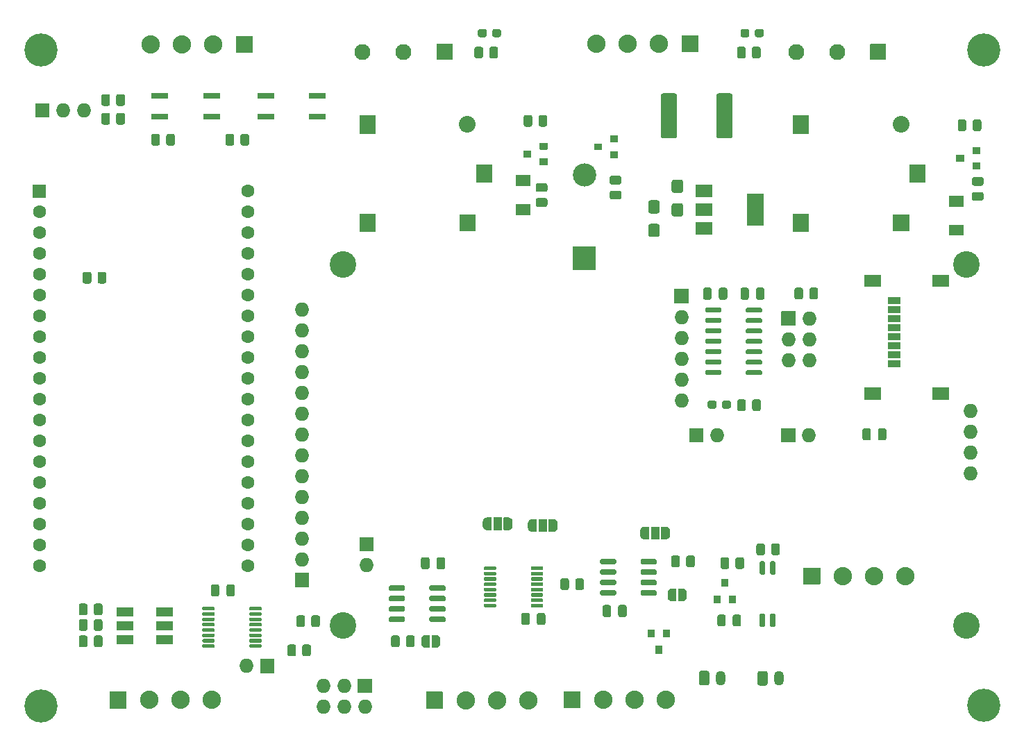
<source format=gts>
G04 #@! TF.GenerationSoftware,KiCad,Pcbnew,5.1.9+dfsg1-1~bpo10+1*
G04 #@! TF.CreationDate,2022-02-23T18:09:28+00:00*
G04 #@! TF.ProjectId,ControllerCircuit,436f6e74-726f-46c6-9c65-724369726375,rev?*
G04 #@! TF.SameCoordinates,Original*
G04 #@! TF.FileFunction,Soldermask,Top*
G04 #@! TF.FilePolarity,Negative*
%FSLAX46Y46*%
G04 Gerber Fmt 4.6, Leading zero omitted, Abs format (unit mm)*
G04 Created by KiCad (PCBNEW 5.1.9+dfsg1-1~bpo10+1) date 2022-02-23 18:09:28*
%MOMM*%
%LPD*%
G01*
G04 APERTURE LIST*
%ADD10C,0.100000*%
%ADD11C,2.240000*%
%ADD12O,2.840000X2.840000*%
%ADD13C,3.240000*%
%ADD14O,1.740000X1.740000*%
%ADD15O,1.240000X1.790000*%
%ADD16C,1.600000*%
%ADD17C,2.040000*%
%ADD18C,1.940000*%
%ADD19C,4.040000*%
G04 APERTURE END LIST*
G36*
G01*
X192910000Y-81620000D02*
X194910000Y-81620000D01*
G75*
G02*
X194930000Y-81640000I0J-20000D01*
G01*
X194930000Y-83090000D01*
G75*
G02*
X194910000Y-83110000I-20000J0D01*
G01*
X192910000Y-83110000D01*
G75*
G02*
X192890000Y-83090000I0J20000D01*
G01*
X192890000Y-81640000D01*
G75*
G02*
X192910000Y-81620000I20000J0D01*
G01*
G37*
G36*
G01*
X201210000Y-81620000D02*
X203210000Y-81620000D01*
G75*
G02*
X203230000Y-81640000I0J-20000D01*
G01*
X203230000Y-83090000D01*
G75*
G02*
X203210000Y-83110000I-20000J0D01*
G01*
X201210000Y-83110000D01*
G75*
G02*
X201190000Y-83090000I0J20000D01*
G01*
X201190000Y-81640000D01*
G75*
G02*
X201210000Y-81620000I20000J0D01*
G01*
G37*
G36*
G01*
X201210000Y-95370000D02*
X203210000Y-95370000D01*
G75*
G02*
X203230000Y-95390000I0J-20000D01*
G01*
X203230000Y-96840000D01*
G75*
G02*
X203210000Y-96860000I-20000J0D01*
G01*
X201210000Y-96860000D01*
G75*
G02*
X201190000Y-96840000I0J20000D01*
G01*
X201190000Y-95390000D01*
G75*
G02*
X201210000Y-95370000I20000J0D01*
G01*
G37*
G36*
G01*
X192910000Y-95370000D02*
X194910000Y-95370000D01*
G75*
G02*
X194930000Y-95390000I0J-20000D01*
G01*
X194930000Y-96840000D01*
G75*
G02*
X194910000Y-96860000I-20000J0D01*
G01*
X192910000Y-96860000D01*
G75*
G02*
X192890000Y-96840000I0J20000D01*
G01*
X192890000Y-95390000D01*
G75*
G02*
X192910000Y-95370000I20000J0D01*
G01*
G37*
G36*
G01*
X195760000Y-84325000D02*
X197260000Y-84325000D01*
G75*
G02*
X197280000Y-84345000I0J-20000D01*
G01*
X197280000Y-85145000D01*
G75*
G02*
X197260000Y-85165000I-20000J0D01*
G01*
X195760000Y-85165000D01*
G75*
G02*
X195740000Y-85145000I0J20000D01*
G01*
X195740000Y-84345000D01*
G75*
G02*
X195760000Y-84325000I20000J0D01*
G01*
G37*
G36*
G01*
X195760000Y-85425000D02*
X197260000Y-85425000D01*
G75*
G02*
X197280000Y-85445000I0J-20000D01*
G01*
X197280000Y-86245000D01*
G75*
G02*
X197260000Y-86265000I-20000J0D01*
G01*
X195760000Y-86265000D01*
G75*
G02*
X195740000Y-86245000I0J20000D01*
G01*
X195740000Y-85445000D01*
G75*
G02*
X195760000Y-85425000I20000J0D01*
G01*
G37*
G36*
G01*
X195760000Y-86525000D02*
X197260000Y-86525000D01*
G75*
G02*
X197280000Y-86545000I0J-20000D01*
G01*
X197280000Y-87345000D01*
G75*
G02*
X197260000Y-87365000I-20000J0D01*
G01*
X195760000Y-87365000D01*
G75*
G02*
X195740000Y-87345000I0J20000D01*
G01*
X195740000Y-86545000D01*
G75*
G02*
X195760000Y-86525000I20000J0D01*
G01*
G37*
G36*
G01*
X195760000Y-87625000D02*
X197260000Y-87625000D01*
G75*
G02*
X197280000Y-87645000I0J-20000D01*
G01*
X197280000Y-88445000D01*
G75*
G02*
X197260000Y-88465000I-20000J0D01*
G01*
X195760000Y-88465000D01*
G75*
G02*
X195740000Y-88445000I0J20000D01*
G01*
X195740000Y-87645000D01*
G75*
G02*
X195760000Y-87625000I20000J0D01*
G01*
G37*
G36*
G01*
X195760000Y-88725000D02*
X197260000Y-88725000D01*
G75*
G02*
X197280000Y-88745000I0J-20000D01*
G01*
X197280000Y-89545000D01*
G75*
G02*
X197260000Y-89565000I-20000J0D01*
G01*
X195760000Y-89565000D01*
G75*
G02*
X195740000Y-89545000I0J20000D01*
G01*
X195740000Y-88745000D01*
G75*
G02*
X195760000Y-88725000I20000J0D01*
G01*
G37*
G36*
G01*
X195760000Y-89825000D02*
X197260000Y-89825000D01*
G75*
G02*
X197280000Y-89845000I0J-20000D01*
G01*
X197280000Y-90645000D01*
G75*
G02*
X197260000Y-90665000I-20000J0D01*
G01*
X195760000Y-90665000D01*
G75*
G02*
X195740000Y-90645000I0J20000D01*
G01*
X195740000Y-89845000D01*
G75*
G02*
X195760000Y-89825000I20000J0D01*
G01*
G37*
G36*
G01*
X195760000Y-90925000D02*
X197260000Y-90925000D01*
G75*
G02*
X197280000Y-90945000I0J-20000D01*
G01*
X197280000Y-91745000D01*
G75*
G02*
X197260000Y-91765000I-20000J0D01*
G01*
X195760000Y-91765000D01*
G75*
G02*
X195740000Y-91745000I0J20000D01*
G01*
X195740000Y-90945000D01*
G75*
G02*
X195760000Y-90925000I20000J0D01*
G01*
G37*
G36*
G01*
X195760000Y-92025000D02*
X197260000Y-92025000D01*
G75*
G02*
X197280000Y-92045000I0J-20000D01*
G01*
X197280000Y-92845000D01*
G75*
G02*
X197260000Y-92865000I-20000J0D01*
G01*
X195760000Y-92865000D01*
G75*
G02*
X195740000Y-92845000I0J20000D01*
G01*
X195740000Y-92045000D01*
G75*
G02*
X195760000Y-92025000I20000J0D01*
G01*
G37*
D10*
G36*
X152903902Y-111430384D02*
G01*
X152907654Y-111431522D01*
X152911111Y-111433371D01*
X152914142Y-111435858D01*
X152916629Y-111438889D01*
X152918478Y-111442346D01*
X152919616Y-111446098D01*
X152920000Y-111450000D01*
X152920000Y-112950000D01*
X152919616Y-112953902D01*
X152918478Y-112957654D01*
X152916629Y-112961111D01*
X152914142Y-112964142D01*
X152911111Y-112966629D01*
X152907654Y-112968478D01*
X152903902Y-112969616D01*
X152900000Y-112970000D01*
X152350000Y-112970000D01*
X152346098Y-112969616D01*
X152345379Y-112969398D01*
X152325466Y-112969398D01*
X152323505Y-112969302D01*
X152274674Y-112964492D01*
X152272733Y-112964204D01*
X152224608Y-112954632D01*
X152222704Y-112954155D01*
X152175749Y-112939911D01*
X152173902Y-112939250D01*
X152128569Y-112920473D01*
X152126794Y-112919633D01*
X152083521Y-112896502D01*
X152081838Y-112895494D01*
X152041039Y-112868234D01*
X152039462Y-112867064D01*
X152001533Y-112835936D01*
X152000079Y-112834618D01*
X151965382Y-112799921D01*
X151964064Y-112798467D01*
X151932936Y-112760538D01*
X151931766Y-112758961D01*
X151904506Y-112718162D01*
X151903498Y-112716479D01*
X151880367Y-112673206D01*
X151879527Y-112671431D01*
X151860750Y-112626098D01*
X151860089Y-112624251D01*
X151845845Y-112577296D01*
X151845368Y-112575392D01*
X151835796Y-112527267D01*
X151835508Y-112525326D01*
X151830698Y-112476495D01*
X151830602Y-112474534D01*
X151830602Y-112454621D01*
X151830384Y-112453902D01*
X151830000Y-112450000D01*
X151830000Y-111950000D01*
X151830384Y-111946098D01*
X151830602Y-111945379D01*
X151830602Y-111925466D01*
X151830698Y-111923505D01*
X151835508Y-111874674D01*
X151835796Y-111872733D01*
X151845368Y-111824608D01*
X151845845Y-111822704D01*
X151860089Y-111775749D01*
X151860750Y-111773902D01*
X151879527Y-111728569D01*
X151880367Y-111726794D01*
X151903498Y-111683521D01*
X151904506Y-111681838D01*
X151931766Y-111641039D01*
X151932936Y-111639462D01*
X151964064Y-111601533D01*
X151965382Y-111600079D01*
X152000079Y-111565382D01*
X152001533Y-111564064D01*
X152039462Y-111532936D01*
X152041039Y-111531766D01*
X152081838Y-111504506D01*
X152083521Y-111503498D01*
X152126794Y-111480367D01*
X152128569Y-111479527D01*
X152173902Y-111460750D01*
X152175749Y-111460089D01*
X152222704Y-111445845D01*
X152224608Y-111445368D01*
X152272733Y-111435796D01*
X152274674Y-111435508D01*
X152323505Y-111430698D01*
X152325466Y-111430602D01*
X152345379Y-111430602D01*
X152346098Y-111430384D01*
X152350000Y-111430000D01*
X152900000Y-111430000D01*
X152903902Y-111430384D01*
G37*
G36*
G01*
X153130000Y-112950000D02*
X153130000Y-111450000D01*
G75*
G02*
X153150000Y-111430000I20000J0D01*
G01*
X154150000Y-111430000D01*
G75*
G02*
X154170000Y-111450000I0J-20000D01*
G01*
X154170000Y-112950000D01*
G75*
G02*
X154150000Y-112970000I-20000J0D01*
G01*
X153150000Y-112970000D01*
G75*
G02*
X153130000Y-112950000I0J20000D01*
G01*
G37*
G36*
X154953902Y-111430384D02*
G01*
X154954621Y-111430602D01*
X154974534Y-111430602D01*
X154976495Y-111430698D01*
X155025326Y-111435508D01*
X155027267Y-111435796D01*
X155075392Y-111445368D01*
X155077296Y-111445845D01*
X155124251Y-111460089D01*
X155126098Y-111460750D01*
X155171431Y-111479527D01*
X155173206Y-111480367D01*
X155216479Y-111503498D01*
X155218162Y-111504506D01*
X155258961Y-111531766D01*
X155260538Y-111532936D01*
X155298467Y-111564064D01*
X155299921Y-111565382D01*
X155334618Y-111600079D01*
X155335936Y-111601533D01*
X155367064Y-111639462D01*
X155368234Y-111641039D01*
X155395494Y-111681838D01*
X155396502Y-111683521D01*
X155419633Y-111726794D01*
X155420473Y-111728569D01*
X155439250Y-111773902D01*
X155439911Y-111775749D01*
X155454155Y-111822704D01*
X155454632Y-111824608D01*
X155464204Y-111872733D01*
X155464492Y-111874674D01*
X155469302Y-111923505D01*
X155469398Y-111925466D01*
X155469398Y-111945379D01*
X155469616Y-111946098D01*
X155470000Y-111950000D01*
X155470000Y-112450000D01*
X155469616Y-112453902D01*
X155469398Y-112454621D01*
X155469398Y-112474534D01*
X155469302Y-112476495D01*
X155464492Y-112525326D01*
X155464204Y-112527267D01*
X155454632Y-112575392D01*
X155454155Y-112577296D01*
X155439911Y-112624251D01*
X155439250Y-112626098D01*
X155420473Y-112671431D01*
X155419633Y-112673206D01*
X155396502Y-112716479D01*
X155395494Y-112718162D01*
X155368234Y-112758961D01*
X155367064Y-112760538D01*
X155335936Y-112798467D01*
X155334618Y-112799921D01*
X155299921Y-112834618D01*
X155298467Y-112835936D01*
X155260538Y-112867064D01*
X155258961Y-112868234D01*
X155218162Y-112895494D01*
X155216479Y-112896502D01*
X155173206Y-112919633D01*
X155171431Y-112920473D01*
X155126098Y-112939250D01*
X155124251Y-112939911D01*
X155077296Y-112954155D01*
X155075392Y-112954632D01*
X155027267Y-112964204D01*
X155025326Y-112964492D01*
X154976495Y-112969302D01*
X154974534Y-112969398D01*
X154954621Y-112969398D01*
X154953902Y-112969616D01*
X154950000Y-112970000D01*
X154400000Y-112970000D01*
X154396098Y-112969616D01*
X154392346Y-112968478D01*
X154388889Y-112966629D01*
X154385858Y-112964142D01*
X154383371Y-112961111D01*
X154381522Y-112957654D01*
X154380384Y-112953902D01*
X154380000Y-112950000D01*
X154380000Y-111450000D01*
X154380384Y-111446098D01*
X154381522Y-111442346D01*
X154383371Y-111438889D01*
X154385858Y-111435858D01*
X154388889Y-111433371D01*
X154392346Y-111431522D01*
X154396098Y-111430384D01*
X154400000Y-111430000D01*
X154950000Y-111430000D01*
X154953902Y-111430384D01*
G37*
G36*
X147403902Y-111230384D02*
G01*
X147407654Y-111231522D01*
X147411111Y-111233371D01*
X147414142Y-111235858D01*
X147416629Y-111238889D01*
X147418478Y-111242346D01*
X147419616Y-111246098D01*
X147420000Y-111250000D01*
X147420000Y-112750000D01*
X147419616Y-112753902D01*
X147418478Y-112757654D01*
X147416629Y-112761111D01*
X147414142Y-112764142D01*
X147411111Y-112766629D01*
X147407654Y-112768478D01*
X147403902Y-112769616D01*
X147400000Y-112770000D01*
X146850000Y-112770000D01*
X146846098Y-112769616D01*
X146845379Y-112769398D01*
X146825466Y-112769398D01*
X146823505Y-112769302D01*
X146774674Y-112764492D01*
X146772733Y-112764204D01*
X146724608Y-112754632D01*
X146722704Y-112754155D01*
X146675749Y-112739911D01*
X146673902Y-112739250D01*
X146628569Y-112720473D01*
X146626794Y-112719633D01*
X146583521Y-112696502D01*
X146581838Y-112695494D01*
X146541039Y-112668234D01*
X146539462Y-112667064D01*
X146501533Y-112635936D01*
X146500079Y-112634618D01*
X146465382Y-112599921D01*
X146464064Y-112598467D01*
X146432936Y-112560538D01*
X146431766Y-112558961D01*
X146404506Y-112518162D01*
X146403498Y-112516479D01*
X146380367Y-112473206D01*
X146379527Y-112471431D01*
X146360750Y-112426098D01*
X146360089Y-112424251D01*
X146345845Y-112377296D01*
X146345368Y-112375392D01*
X146335796Y-112327267D01*
X146335508Y-112325326D01*
X146330698Y-112276495D01*
X146330602Y-112274534D01*
X146330602Y-112254621D01*
X146330384Y-112253902D01*
X146330000Y-112250000D01*
X146330000Y-111750000D01*
X146330384Y-111746098D01*
X146330602Y-111745379D01*
X146330602Y-111725466D01*
X146330698Y-111723505D01*
X146335508Y-111674674D01*
X146335796Y-111672733D01*
X146345368Y-111624608D01*
X146345845Y-111622704D01*
X146360089Y-111575749D01*
X146360750Y-111573902D01*
X146379527Y-111528569D01*
X146380367Y-111526794D01*
X146403498Y-111483521D01*
X146404506Y-111481838D01*
X146431766Y-111441039D01*
X146432936Y-111439462D01*
X146464064Y-111401533D01*
X146465382Y-111400079D01*
X146500079Y-111365382D01*
X146501533Y-111364064D01*
X146539462Y-111332936D01*
X146541039Y-111331766D01*
X146581838Y-111304506D01*
X146583521Y-111303498D01*
X146626794Y-111280367D01*
X146628569Y-111279527D01*
X146673902Y-111260750D01*
X146675749Y-111260089D01*
X146722704Y-111245845D01*
X146724608Y-111245368D01*
X146772733Y-111235796D01*
X146774674Y-111235508D01*
X146823505Y-111230698D01*
X146825466Y-111230602D01*
X146845379Y-111230602D01*
X146846098Y-111230384D01*
X146850000Y-111230000D01*
X147400000Y-111230000D01*
X147403902Y-111230384D01*
G37*
G36*
G01*
X147630000Y-112750000D02*
X147630000Y-111250000D01*
G75*
G02*
X147650000Y-111230000I20000J0D01*
G01*
X148650000Y-111230000D01*
G75*
G02*
X148670000Y-111250000I0J-20000D01*
G01*
X148670000Y-112750000D01*
G75*
G02*
X148650000Y-112770000I-20000J0D01*
G01*
X147650000Y-112770000D01*
G75*
G02*
X147630000Y-112750000I0J20000D01*
G01*
G37*
G36*
X149453902Y-111230384D02*
G01*
X149454621Y-111230602D01*
X149474534Y-111230602D01*
X149476495Y-111230698D01*
X149525326Y-111235508D01*
X149527267Y-111235796D01*
X149575392Y-111245368D01*
X149577296Y-111245845D01*
X149624251Y-111260089D01*
X149626098Y-111260750D01*
X149671431Y-111279527D01*
X149673206Y-111280367D01*
X149716479Y-111303498D01*
X149718162Y-111304506D01*
X149758961Y-111331766D01*
X149760538Y-111332936D01*
X149798467Y-111364064D01*
X149799921Y-111365382D01*
X149834618Y-111400079D01*
X149835936Y-111401533D01*
X149867064Y-111439462D01*
X149868234Y-111441039D01*
X149895494Y-111481838D01*
X149896502Y-111483521D01*
X149919633Y-111526794D01*
X149920473Y-111528569D01*
X149939250Y-111573902D01*
X149939911Y-111575749D01*
X149954155Y-111622704D01*
X149954632Y-111624608D01*
X149964204Y-111672733D01*
X149964492Y-111674674D01*
X149969302Y-111723505D01*
X149969398Y-111725466D01*
X149969398Y-111745379D01*
X149969616Y-111746098D01*
X149970000Y-111750000D01*
X149970000Y-112250000D01*
X149969616Y-112253902D01*
X149969398Y-112254621D01*
X149969398Y-112274534D01*
X149969302Y-112276495D01*
X149964492Y-112325326D01*
X149964204Y-112327267D01*
X149954632Y-112375392D01*
X149954155Y-112377296D01*
X149939911Y-112424251D01*
X149939250Y-112426098D01*
X149920473Y-112471431D01*
X149919633Y-112473206D01*
X149896502Y-112516479D01*
X149895494Y-112518162D01*
X149868234Y-112558961D01*
X149867064Y-112560538D01*
X149835936Y-112598467D01*
X149834618Y-112599921D01*
X149799921Y-112634618D01*
X149798467Y-112635936D01*
X149760538Y-112667064D01*
X149758961Y-112668234D01*
X149718162Y-112695494D01*
X149716479Y-112696502D01*
X149673206Y-112719633D01*
X149671431Y-112720473D01*
X149626098Y-112739250D01*
X149624251Y-112739911D01*
X149577296Y-112754155D01*
X149575392Y-112754632D01*
X149527267Y-112764204D01*
X149525326Y-112764492D01*
X149476495Y-112769302D01*
X149474534Y-112769398D01*
X149454621Y-112769398D01*
X149453902Y-112769616D01*
X149450000Y-112770000D01*
X148900000Y-112770000D01*
X148896098Y-112769616D01*
X148892346Y-112768478D01*
X148888889Y-112766629D01*
X148885858Y-112764142D01*
X148883371Y-112761111D01*
X148881522Y-112757654D01*
X148880384Y-112753902D01*
X148880000Y-112750000D01*
X148880000Y-111250000D01*
X148880384Y-111246098D01*
X148881522Y-111242346D01*
X148883371Y-111238889D01*
X148885858Y-111235858D01*
X148888889Y-111233371D01*
X148892346Y-111231522D01*
X148896098Y-111230384D01*
X148900000Y-111230000D01*
X149450000Y-111230000D01*
X149453902Y-111230384D01*
G37*
G36*
G01*
X175957500Y-123333750D02*
X175957500Y-124266250D01*
G75*
G02*
X175703750Y-124520000I-253750J0D01*
G01*
X175196250Y-124520000D01*
G75*
G02*
X174942500Y-124266250I0J253750D01*
G01*
X174942500Y-123333750D01*
G75*
G02*
X175196250Y-123080000I253750J0D01*
G01*
X175703750Y-123080000D01*
G75*
G02*
X175957500Y-123333750I0J-253750D01*
G01*
G37*
G36*
G01*
X177832500Y-123333750D02*
X177832500Y-124266250D01*
G75*
G02*
X177578750Y-124520000I-253750J0D01*
G01*
X177071250Y-124520000D01*
G75*
G02*
X176817500Y-124266250I0J253750D01*
G01*
X176817500Y-123333750D01*
G75*
G02*
X177071250Y-123080000I253750J0D01*
G01*
X177578750Y-123080000D01*
G75*
G02*
X177832500Y-123333750I0J-253750D01*
G01*
G37*
G36*
G01*
X176250000Y-119670000D02*
X175450000Y-119670000D01*
G75*
G02*
X175430000Y-119650000I0J20000D01*
G01*
X175430000Y-118750000D01*
G75*
G02*
X175450000Y-118730000I20000J0D01*
G01*
X176250000Y-118730000D01*
G75*
G02*
X176270000Y-118750000I0J-20000D01*
G01*
X176270000Y-119650000D01*
G75*
G02*
X176250000Y-119670000I-20000J0D01*
G01*
G37*
G36*
G01*
X177200000Y-121670000D02*
X176400000Y-121670000D01*
G75*
G02*
X176380000Y-121650000I0J20000D01*
G01*
X176380000Y-120750000D01*
G75*
G02*
X176400000Y-120730000I20000J0D01*
G01*
X177200000Y-120730000D01*
G75*
G02*
X177220000Y-120750000I0J-20000D01*
G01*
X177220000Y-121650000D01*
G75*
G02*
X177200000Y-121670000I-20000J0D01*
G01*
G37*
G36*
G01*
X175300000Y-121670000D02*
X174500000Y-121670000D01*
G75*
G02*
X174480000Y-121650000I0J20000D01*
G01*
X174480000Y-120750000D01*
G75*
G02*
X174500000Y-120730000I20000J0D01*
G01*
X175300000Y-120730000D01*
G75*
G02*
X175320000Y-120750000I0J-20000D01*
G01*
X175320000Y-121650000D01*
G75*
G02*
X175300000Y-121670000I-20000J0D01*
G01*
G37*
D11*
X197900000Y-118360000D03*
X194090000Y-118360000D03*
X190280000Y-118360000D03*
G36*
G01*
X185450000Y-119360000D02*
X185450000Y-117360000D01*
G75*
G02*
X185470000Y-117340000I20000J0D01*
G01*
X187470000Y-117340000D01*
G75*
G02*
X187490000Y-117360000I0J-20000D01*
G01*
X187490000Y-119360000D01*
G75*
G02*
X187470000Y-119380000I-20000J0D01*
G01*
X185470000Y-119380000D01*
G75*
G02*
X185450000Y-119360000I0J20000D01*
G01*
G37*
D12*
X158720000Y-69440000D03*
G36*
G01*
X160120000Y-81020000D02*
X157320000Y-81020000D01*
G75*
G02*
X157300000Y-81000000I0J20000D01*
G01*
X157300000Y-78200000D01*
G75*
G02*
X157320000Y-78180000I20000J0D01*
G01*
X160120000Y-78180000D01*
G75*
G02*
X160140000Y-78200000I0J-20000D01*
G01*
X160140000Y-81000000D01*
G75*
G02*
X160120000Y-81020000I-20000J0D01*
G01*
G37*
G36*
G01*
X175505900Y-97714180D02*
X175505900Y-97219180D01*
G75*
G02*
X175753400Y-96971680I247500J0D01*
G01*
X176348400Y-96971680D01*
G75*
G02*
X176595900Y-97219180I0J-247500D01*
G01*
X176595900Y-97714180D01*
G75*
G02*
X176348400Y-97961680I-247500J0D01*
G01*
X175753400Y-97961680D01*
G75*
G02*
X175505900Y-97714180I0J247500D01*
G01*
G37*
G36*
G01*
X173755900Y-97714180D02*
X173755900Y-97219180D01*
G75*
G02*
X174003400Y-96971680I247500J0D01*
G01*
X174598400Y-96971680D01*
G75*
G02*
X174845900Y-97219180I0J-247500D01*
G01*
X174845900Y-97714180D01*
G75*
G02*
X174598400Y-97961680I-247500J0D01*
G01*
X174003400Y-97961680D01*
G75*
G02*
X173755900Y-97714180I0J247500D01*
G01*
G37*
G36*
G01*
X147480000Y-52407500D02*
X147480000Y-51912500D01*
G75*
G02*
X147727500Y-51665000I247500J0D01*
G01*
X148322500Y-51665000D01*
G75*
G02*
X148570000Y-51912500I0J-247500D01*
G01*
X148570000Y-52407500D01*
G75*
G02*
X148322500Y-52655000I-247500J0D01*
G01*
X147727500Y-52655000D01*
G75*
G02*
X147480000Y-52407500I0J247500D01*
G01*
G37*
G36*
G01*
X145730000Y-52407500D02*
X145730000Y-51912500D01*
G75*
G02*
X145977500Y-51665000I247500J0D01*
G01*
X146572500Y-51665000D01*
G75*
G02*
X146820000Y-51912500I0J-247500D01*
G01*
X146820000Y-52407500D01*
G75*
G02*
X146572500Y-52655000I-247500J0D01*
G01*
X145977500Y-52655000D01*
G75*
G02*
X145730000Y-52407500I0J247500D01*
G01*
G37*
G36*
G01*
X179505000Y-52407500D02*
X179505000Y-51912500D01*
G75*
G02*
X179752500Y-51665000I247500J0D01*
G01*
X180347500Y-51665000D01*
G75*
G02*
X180595000Y-51912500I0J-247500D01*
G01*
X180595000Y-52407500D01*
G75*
G02*
X180347500Y-52655000I-247500J0D01*
G01*
X179752500Y-52655000D01*
G75*
G02*
X179505000Y-52407500I0J247500D01*
G01*
G37*
G36*
G01*
X177755000Y-52407500D02*
X177755000Y-51912500D01*
G75*
G02*
X178002500Y-51665000I247500J0D01*
G01*
X178597500Y-51665000D01*
G75*
G02*
X178845000Y-51912500I0J-247500D01*
G01*
X178845000Y-52407500D01*
G75*
G02*
X178597500Y-52655000I-247500J0D01*
G01*
X178002500Y-52655000D01*
G75*
G02*
X177755000Y-52407500I0J247500D01*
G01*
G37*
G36*
G01*
X152100000Y-70820000D02*
X150400000Y-70820000D01*
G75*
G02*
X150380000Y-70800000I0J20000D01*
G01*
X150380000Y-69500000D01*
G75*
G02*
X150400000Y-69480000I20000J0D01*
G01*
X152100000Y-69480000D01*
G75*
G02*
X152120000Y-69500000I0J-20000D01*
G01*
X152120000Y-70800000D01*
G75*
G02*
X152100000Y-70820000I-20000J0D01*
G01*
G37*
G36*
G01*
X152100000Y-74320000D02*
X150400000Y-74320000D01*
G75*
G02*
X150380000Y-74300000I0J20000D01*
G01*
X150380000Y-73000000D01*
G75*
G02*
X150400000Y-72980000I20000J0D01*
G01*
X152100000Y-72980000D01*
G75*
G02*
X152120000Y-73000000I0J-20000D01*
G01*
X152120000Y-74300000D01*
G75*
G02*
X152100000Y-74320000I-20000J0D01*
G01*
G37*
G36*
G01*
X204950000Y-73350000D02*
X203250000Y-73350000D01*
G75*
G02*
X203230000Y-73330000I0J20000D01*
G01*
X203230000Y-72030000D01*
G75*
G02*
X203250000Y-72010000I20000J0D01*
G01*
X204950000Y-72010000D01*
G75*
G02*
X204970000Y-72030000I0J-20000D01*
G01*
X204970000Y-73330000D01*
G75*
G02*
X204950000Y-73350000I-20000J0D01*
G01*
G37*
G36*
G01*
X204950000Y-76850000D02*
X203250000Y-76850000D01*
G75*
G02*
X203230000Y-76830000I0J20000D01*
G01*
X203230000Y-75530000D01*
G75*
G02*
X203250000Y-75510000I20000J0D01*
G01*
X204950000Y-75510000D01*
G75*
G02*
X204970000Y-75530000I0J-20000D01*
G01*
X204970000Y-76830000D01*
G75*
G02*
X204950000Y-76850000I-20000J0D01*
G01*
G37*
D10*
G36*
X139336098Y-127109616D02*
G01*
X139335379Y-127109398D01*
X139315466Y-127109398D01*
X139313505Y-127109302D01*
X139264674Y-127104492D01*
X139262733Y-127104204D01*
X139214608Y-127094632D01*
X139212704Y-127094155D01*
X139165749Y-127079911D01*
X139163902Y-127079250D01*
X139118569Y-127060473D01*
X139116794Y-127059633D01*
X139073521Y-127036502D01*
X139071838Y-127035494D01*
X139031039Y-127008234D01*
X139029462Y-127007064D01*
X138991533Y-126975936D01*
X138990079Y-126974618D01*
X138955382Y-126939921D01*
X138954064Y-126938467D01*
X138922936Y-126900538D01*
X138921766Y-126898961D01*
X138894506Y-126858162D01*
X138893498Y-126856479D01*
X138870367Y-126813206D01*
X138869527Y-126811431D01*
X138850750Y-126766098D01*
X138850089Y-126764251D01*
X138835845Y-126717296D01*
X138835368Y-126715392D01*
X138825796Y-126667267D01*
X138825508Y-126665326D01*
X138820698Y-126616495D01*
X138820602Y-126614534D01*
X138820602Y-126594621D01*
X138820384Y-126593902D01*
X138820000Y-126590000D01*
X138820000Y-126090000D01*
X138820384Y-126086098D01*
X138820602Y-126085379D01*
X138820602Y-126065466D01*
X138820698Y-126063505D01*
X138825508Y-126014674D01*
X138825796Y-126012733D01*
X138835368Y-125964608D01*
X138835845Y-125962704D01*
X138850089Y-125915749D01*
X138850750Y-125913902D01*
X138869527Y-125868569D01*
X138870367Y-125866794D01*
X138893498Y-125823521D01*
X138894506Y-125821838D01*
X138921766Y-125781039D01*
X138922936Y-125779462D01*
X138954064Y-125741533D01*
X138955382Y-125740079D01*
X138990079Y-125705382D01*
X138991533Y-125704064D01*
X139029462Y-125672936D01*
X139031039Y-125671766D01*
X139071838Y-125644506D01*
X139073521Y-125643498D01*
X139116794Y-125620367D01*
X139118569Y-125619527D01*
X139163902Y-125600750D01*
X139165749Y-125600089D01*
X139212704Y-125585845D01*
X139214608Y-125585368D01*
X139262733Y-125575796D01*
X139264674Y-125575508D01*
X139313505Y-125570698D01*
X139315466Y-125570602D01*
X139335379Y-125570602D01*
X139336098Y-125570384D01*
X139340000Y-125570000D01*
X139840000Y-125570000D01*
X139843902Y-125570384D01*
X139847654Y-125571522D01*
X139851111Y-125573371D01*
X139854142Y-125575858D01*
X139856629Y-125578889D01*
X139858478Y-125582346D01*
X139859616Y-125586098D01*
X139860000Y-125590000D01*
X139860000Y-127090000D01*
X139859616Y-127093902D01*
X139858478Y-127097654D01*
X139856629Y-127101111D01*
X139854142Y-127104142D01*
X139851111Y-127106629D01*
X139847654Y-127108478D01*
X139843902Y-127109616D01*
X139840000Y-127110000D01*
X139340000Y-127110000D01*
X139336098Y-127109616D01*
G37*
G36*
X140136098Y-127109616D02*
G01*
X140132346Y-127108478D01*
X140128889Y-127106629D01*
X140125858Y-127104142D01*
X140123371Y-127101111D01*
X140121522Y-127097654D01*
X140120384Y-127093902D01*
X140120000Y-127090000D01*
X140120000Y-125590000D01*
X140120384Y-125586098D01*
X140121522Y-125582346D01*
X140123371Y-125578889D01*
X140125858Y-125575858D01*
X140128889Y-125573371D01*
X140132346Y-125571522D01*
X140136098Y-125570384D01*
X140140000Y-125570000D01*
X140640000Y-125570000D01*
X140643902Y-125570384D01*
X140644621Y-125570602D01*
X140664534Y-125570602D01*
X140666495Y-125570698D01*
X140715326Y-125575508D01*
X140717267Y-125575796D01*
X140765392Y-125585368D01*
X140767296Y-125585845D01*
X140814251Y-125600089D01*
X140816098Y-125600750D01*
X140861431Y-125619527D01*
X140863206Y-125620367D01*
X140906479Y-125643498D01*
X140908162Y-125644506D01*
X140948961Y-125671766D01*
X140950538Y-125672936D01*
X140988467Y-125704064D01*
X140989921Y-125705382D01*
X141024618Y-125740079D01*
X141025936Y-125741533D01*
X141057064Y-125779462D01*
X141058234Y-125781039D01*
X141085494Y-125821838D01*
X141086502Y-125823521D01*
X141109633Y-125866794D01*
X141110473Y-125868569D01*
X141129250Y-125913902D01*
X141129911Y-125915749D01*
X141144155Y-125962704D01*
X141144632Y-125964608D01*
X141154204Y-126012733D01*
X141154492Y-126014674D01*
X141159302Y-126063505D01*
X141159398Y-126065466D01*
X141159398Y-126085379D01*
X141159616Y-126086098D01*
X141160000Y-126090000D01*
X141160000Y-126590000D01*
X141159616Y-126593902D01*
X141159398Y-126594621D01*
X141159398Y-126614534D01*
X141159302Y-126616495D01*
X141154492Y-126665326D01*
X141154204Y-126667267D01*
X141144632Y-126715392D01*
X141144155Y-126717296D01*
X141129911Y-126764251D01*
X141129250Y-126766098D01*
X141110473Y-126811431D01*
X141109633Y-126813206D01*
X141086502Y-126856479D01*
X141085494Y-126858162D01*
X141058234Y-126898961D01*
X141057064Y-126900538D01*
X141025936Y-126938467D01*
X141024618Y-126939921D01*
X140989921Y-126974618D01*
X140988467Y-126975936D01*
X140950538Y-127007064D01*
X140948961Y-127008234D01*
X140908162Y-127035494D01*
X140906479Y-127036502D01*
X140863206Y-127059633D01*
X140861431Y-127060473D01*
X140816098Y-127079250D01*
X140814251Y-127079911D01*
X140767296Y-127094155D01*
X140765392Y-127094632D01*
X140717267Y-127104204D01*
X140715326Y-127104492D01*
X140666495Y-127109302D01*
X140664534Y-127109398D01*
X140644621Y-127109398D01*
X140643902Y-127109616D01*
X140640000Y-127110000D01*
X140140000Y-127110000D01*
X140136098Y-127109616D01*
G37*
G36*
X170693902Y-119900384D02*
G01*
X170694621Y-119900602D01*
X170714534Y-119900602D01*
X170716495Y-119900698D01*
X170765326Y-119905508D01*
X170767267Y-119905796D01*
X170815392Y-119915368D01*
X170817296Y-119915845D01*
X170864251Y-119930089D01*
X170866098Y-119930750D01*
X170911431Y-119949527D01*
X170913206Y-119950367D01*
X170956479Y-119973498D01*
X170958162Y-119974506D01*
X170998961Y-120001766D01*
X171000538Y-120002936D01*
X171038467Y-120034064D01*
X171039921Y-120035382D01*
X171074618Y-120070079D01*
X171075936Y-120071533D01*
X171107064Y-120109462D01*
X171108234Y-120111039D01*
X171135494Y-120151838D01*
X171136502Y-120153521D01*
X171159633Y-120196794D01*
X171160473Y-120198569D01*
X171179250Y-120243902D01*
X171179911Y-120245749D01*
X171194155Y-120292704D01*
X171194632Y-120294608D01*
X171204204Y-120342733D01*
X171204492Y-120344674D01*
X171209302Y-120393505D01*
X171209398Y-120395466D01*
X171209398Y-120415379D01*
X171209616Y-120416098D01*
X171210000Y-120420000D01*
X171210000Y-120920000D01*
X171209616Y-120923902D01*
X171209398Y-120924621D01*
X171209398Y-120944534D01*
X171209302Y-120946495D01*
X171204492Y-120995326D01*
X171204204Y-120997267D01*
X171194632Y-121045392D01*
X171194155Y-121047296D01*
X171179911Y-121094251D01*
X171179250Y-121096098D01*
X171160473Y-121141431D01*
X171159633Y-121143206D01*
X171136502Y-121186479D01*
X171135494Y-121188162D01*
X171108234Y-121228961D01*
X171107064Y-121230538D01*
X171075936Y-121268467D01*
X171074618Y-121269921D01*
X171039921Y-121304618D01*
X171038467Y-121305936D01*
X171000538Y-121337064D01*
X170998961Y-121338234D01*
X170958162Y-121365494D01*
X170956479Y-121366502D01*
X170913206Y-121389633D01*
X170911431Y-121390473D01*
X170866098Y-121409250D01*
X170864251Y-121409911D01*
X170817296Y-121424155D01*
X170815392Y-121424632D01*
X170767267Y-121434204D01*
X170765326Y-121434492D01*
X170716495Y-121439302D01*
X170714534Y-121439398D01*
X170694621Y-121439398D01*
X170693902Y-121439616D01*
X170690000Y-121440000D01*
X170190000Y-121440000D01*
X170186098Y-121439616D01*
X170182346Y-121438478D01*
X170178889Y-121436629D01*
X170175858Y-121434142D01*
X170173371Y-121431111D01*
X170171522Y-121427654D01*
X170170384Y-121423902D01*
X170170000Y-121420000D01*
X170170000Y-119920000D01*
X170170384Y-119916098D01*
X170171522Y-119912346D01*
X170173371Y-119908889D01*
X170175858Y-119905858D01*
X170178889Y-119903371D01*
X170182346Y-119901522D01*
X170186098Y-119900384D01*
X170190000Y-119900000D01*
X170690000Y-119900000D01*
X170693902Y-119900384D01*
G37*
G36*
X169893902Y-119900384D02*
G01*
X169897654Y-119901522D01*
X169901111Y-119903371D01*
X169904142Y-119905858D01*
X169906629Y-119908889D01*
X169908478Y-119912346D01*
X169909616Y-119916098D01*
X169910000Y-119920000D01*
X169910000Y-121420000D01*
X169909616Y-121423902D01*
X169908478Y-121427654D01*
X169906629Y-121431111D01*
X169904142Y-121434142D01*
X169901111Y-121436629D01*
X169897654Y-121438478D01*
X169893902Y-121439616D01*
X169890000Y-121440000D01*
X169390000Y-121440000D01*
X169386098Y-121439616D01*
X169385379Y-121439398D01*
X169365466Y-121439398D01*
X169363505Y-121439302D01*
X169314674Y-121434492D01*
X169312733Y-121434204D01*
X169264608Y-121424632D01*
X169262704Y-121424155D01*
X169215749Y-121409911D01*
X169213902Y-121409250D01*
X169168569Y-121390473D01*
X169166794Y-121389633D01*
X169123521Y-121366502D01*
X169121838Y-121365494D01*
X169081039Y-121338234D01*
X169079462Y-121337064D01*
X169041533Y-121305936D01*
X169040079Y-121304618D01*
X169005382Y-121269921D01*
X169004064Y-121268467D01*
X168972936Y-121230538D01*
X168971766Y-121228961D01*
X168944506Y-121188162D01*
X168943498Y-121186479D01*
X168920367Y-121143206D01*
X168919527Y-121141431D01*
X168900750Y-121096098D01*
X168900089Y-121094251D01*
X168885845Y-121047296D01*
X168885368Y-121045392D01*
X168875796Y-120997267D01*
X168875508Y-120995326D01*
X168870698Y-120946495D01*
X168870602Y-120944534D01*
X168870602Y-120924621D01*
X168870384Y-120923902D01*
X168870000Y-120920000D01*
X168870000Y-120420000D01*
X168870384Y-120416098D01*
X168870602Y-120415379D01*
X168870602Y-120395466D01*
X168870698Y-120393505D01*
X168875508Y-120344674D01*
X168875796Y-120342733D01*
X168885368Y-120294608D01*
X168885845Y-120292704D01*
X168900089Y-120245749D01*
X168900750Y-120243902D01*
X168919527Y-120198569D01*
X168920367Y-120196794D01*
X168943498Y-120153521D01*
X168944506Y-120151838D01*
X168971766Y-120111039D01*
X168972936Y-120109462D01*
X169004064Y-120071533D01*
X169005382Y-120070079D01*
X169040079Y-120035382D01*
X169041533Y-120034064D01*
X169079462Y-120002936D01*
X169081039Y-120001766D01*
X169121838Y-119974506D01*
X169123521Y-119973498D01*
X169166794Y-119950367D01*
X169168569Y-119949527D01*
X169213902Y-119930750D01*
X169215749Y-119930089D01*
X169262704Y-119915845D01*
X169264608Y-119915368D01*
X169312733Y-119905796D01*
X169314674Y-119905508D01*
X169363505Y-119900698D01*
X169365466Y-119900602D01*
X169385379Y-119900602D01*
X169386098Y-119900384D01*
X169390000Y-119900000D01*
X169890000Y-119900000D01*
X169893902Y-119900384D01*
G37*
D13*
X205300000Y-80375000D03*
X205300000Y-124375000D03*
X129300000Y-80375000D03*
X129300000Y-124375000D03*
D14*
X205800000Y-103335000D03*
X205800000Y-100795000D03*
X205800000Y-98255000D03*
X205800000Y-105875000D03*
X124300000Y-85855000D03*
X124300000Y-88395000D03*
X124300000Y-90935000D03*
X124300000Y-93475000D03*
X124300000Y-96015000D03*
X124300000Y-98555000D03*
X124300000Y-101095000D03*
X124300000Y-103635000D03*
X124300000Y-106175000D03*
X124300000Y-108715000D03*
X124300000Y-111255000D03*
X124300000Y-113795000D03*
X124300000Y-116335000D03*
G36*
G01*
X125170000Y-118025000D02*
X125170000Y-119725000D01*
G75*
G02*
X125150000Y-119745000I-20000J0D01*
G01*
X123450000Y-119745000D01*
G75*
G02*
X123430000Y-119725000I0J20000D01*
G01*
X123430000Y-118025000D01*
G75*
G02*
X123450000Y-118005000I20000J0D01*
G01*
X125150000Y-118005000D01*
G75*
G02*
X125170000Y-118025000I0J-20000D01*
G01*
G37*
D11*
X160220000Y-53480000D03*
X164030000Y-53480000D03*
X167840000Y-53480000D03*
G36*
G01*
X172670000Y-52480000D02*
X172670000Y-54480000D01*
G75*
G02*
X172650000Y-54500000I-20000J0D01*
G01*
X170650000Y-54500000D01*
G75*
G02*
X170630000Y-54480000I0J20000D01*
G01*
X170630000Y-52480000D01*
G75*
G02*
X170650000Y-52460000I20000J0D01*
G01*
X172650000Y-52460000D01*
G75*
G02*
X172670000Y-52480000I0J-20000D01*
G01*
G37*
G36*
G01*
X167390000Y-126890000D02*
X168190000Y-126890000D01*
G75*
G02*
X168210000Y-126910000I0J-20000D01*
G01*
X168210000Y-127810000D01*
G75*
G02*
X168190000Y-127830000I-20000J0D01*
G01*
X167390000Y-127830000D01*
G75*
G02*
X167370000Y-127810000I0J20000D01*
G01*
X167370000Y-126910000D01*
G75*
G02*
X167390000Y-126890000I20000J0D01*
G01*
G37*
G36*
G01*
X166440000Y-124890000D02*
X167240000Y-124890000D01*
G75*
G02*
X167260000Y-124910000I0J-20000D01*
G01*
X167260000Y-125810000D01*
G75*
G02*
X167240000Y-125830000I-20000J0D01*
G01*
X166440000Y-125830000D01*
G75*
G02*
X166420000Y-125810000I0J20000D01*
G01*
X166420000Y-124910000D01*
G75*
G02*
X166440000Y-124890000I20000J0D01*
G01*
G37*
G36*
G01*
X168340000Y-124890000D02*
X169140000Y-124890000D01*
G75*
G02*
X169160000Y-124910000I0J-20000D01*
G01*
X169160000Y-125810000D01*
G75*
G02*
X169140000Y-125830000I-20000J0D01*
G01*
X168340000Y-125830000D01*
G75*
G02*
X168320000Y-125810000I0J20000D01*
G01*
X168320000Y-124910000D01*
G75*
G02*
X168340000Y-124890000I20000J0D01*
G01*
G37*
G36*
G01*
X165570000Y-116785000D02*
X165570000Y-116465000D01*
G75*
G02*
X165730000Y-116305000I160000J0D01*
G01*
X167400000Y-116305000D01*
G75*
G02*
X167560000Y-116465000I0J-160000D01*
G01*
X167560000Y-116785000D01*
G75*
G02*
X167400000Y-116945000I-160000J0D01*
G01*
X165730000Y-116945000D01*
G75*
G02*
X165570000Y-116785000I0J160000D01*
G01*
G37*
G36*
G01*
X165570000Y-118055000D02*
X165570000Y-117735000D01*
G75*
G02*
X165730000Y-117575000I160000J0D01*
G01*
X167400000Y-117575000D01*
G75*
G02*
X167560000Y-117735000I0J-160000D01*
G01*
X167560000Y-118055000D01*
G75*
G02*
X167400000Y-118215000I-160000J0D01*
G01*
X165730000Y-118215000D01*
G75*
G02*
X165570000Y-118055000I0J160000D01*
G01*
G37*
G36*
G01*
X165570000Y-119325000D02*
X165570000Y-119005000D01*
G75*
G02*
X165730000Y-118845000I160000J0D01*
G01*
X167400000Y-118845000D01*
G75*
G02*
X167560000Y-119005000I0J-160000D01*
G01*
X167560000Y-119325000D01*
G75*
G02*
X167400000Y-119485000I-160000J0D01*
G01*
X165730000Y-119485000D01*
G75*
G02*
X165570000Y-119325000I0J160000D01*
G01*
G37*
G36*
G01*
X165570000Y-120595000D02*
X165570000Y-120275000D01*
G75*
G02*
X165730000Y-120115000I160000J0D01*
G01*
X167400000Y-120115000D01*
G75*
G02*
X167560000Y-120275000I0J-160000D01*
G01*
X167560000Y-120595000D01*
G75*
G02*
X167400000Y-120755000I-160000J0D01*
G01*
X165730000Y-120755000D01*
G75*
G02*
X165570000Y-120595000I0J160000D01*
G01*
G37*
G36*
G01*
X160620000Y-120595000D02*
X160620000Y-120275000D01*
G75*
G02*
X160780000Y-120115000I160000J0D01*
G01*
X162450000Y-120115000D01*
G75*
G02*
X162610000Y-120275000I0J-160000D01*
G01*
X162610000Y-120595000D01*
G75*
G02*
X162450000Y-120755000I-160000J0D01*
G01*
X160780000Y-120755000D01*
G75*
G02*
X160620000Y-120595000I0J160000D01*
G01*
G37*
G36*
G01*
X160620000Y-119325000D02*
X160620000Y-119005000D01*
G75*
G02*
X160780000Y-118845000I160000J0D01*
G01*
X162450000Y-118845000D01*
G75*
G02*
X162610000Y-119005000I0J-160000D01*
G01*
X162610000Y-119325000D01*
G75*
G02*
X162450000Y-119485000I-160000J0D01*
G01*
X160780000Y-119485000D01*
G75*
G02*
X160620000Y-119325000I0J160000D01*
G01*
G37*
G36*
G01*
X160620000Y-118055000D02*
X160620000Y-117735000D01*
G75*
G02*
X160780000Y-117575000I160000J0D01*
G01*
X162450000Y-117575000D01*
G75*
G02*
X162610000Y-117735000I0J-160000D01*
G01*
X162610000Y-118055000D01*
G75*
G02*
X162450000Y-118215000I-160000J0D01*
G01*
X160780000Y-118215000D01*
G75*
G02*
X160620000Y-118055000I0J160000D01*
G01*
G37*
G36*
G01*
X160620000Y-116785000D02*
X160620000Y-116465000D01*
G75*
G02*
X160780000Y-116305000I160000J0D01*
G01*
X162450000Y-116305000D01*
G75*
G02*
X162610000Y-116465000I0J-160000D01*
G01*
X162610000Y-116785000D01*
G75*
G02*
X162450000Y-116945000I-160000J0D01*
G01*
X160780000Y-116945000D01*
G75*
G02*
X160620000Y-116785000I0J160000D01*
G01*
G37*
D10*
G36*
X166603902Y-112340384D02*
G01*
X166607654Y-112341522D01*
X166611111Y-112343371D01*
X166614142Y-112345858D01*
X166616629Y-112348889D01*
X166618478Y-112352346D01*
X166619616Y-112356098D01*
X166620000Y-112360000D01*
X166620000Y-113860000D01*
X166619616Y-113863902D01*
X166618478Y-113867654D01*
X166616629Y-113871111D01*
X166614142Y-113874142D01*
X166611111Y-113876629D01*
X166607654Y-113878478D01*
X166603902Y-113879616D01*
X166600000Y-113880000D01*
X166050000Y-113880000D01*
X166046098Y-113879616D01*
X166045379Y-113879398D01*
X166025466Y-113879398D01*
X166023505Y-113879302D01*
X165974674Y-113874492D01*
X165972733Y-113874204D01*
X165924608Y-113864632D01*
X165922704Y-113864155D01*
X165875749Y-113849911D01*
X165873902Y-113849250D01*
X165828569Y-113830473D01*
X165826794Y-113829633D01*
X165783521Y-113806502D01*
X165781838Y-113805494D01*
X165741039Y-113778234D01*
X165739462Y-113777064D01*
X165701533Y-113745936D01*
X165700079Y-113744618D01*
X165665382Y-113709921D01*
X165664064Y-113708467D01*
X165632936Y-113670538D01*
X165631766Y-113668961D01*
X165604506Y-113628162D01*
X165603498Y-113626479D01*
X165580367Y-113583206D01*
X165579527Y-113581431D01*
X165560750Y-113536098D01*
X165560089Y-113534251D01*
X165545845Y-113487296D01*
X165545368Y-113485392D01*
X165535796Y-113437267D01*
X165535508Y-113435326D01*
X165530698Y-113386495D01*
X165530602Y-113384534D01*
X165530602Y-113364621D01*
X165530384Y-113363902D01*
X165530000Y-113360000D01*
X165530000Y-112860000D01*
X165530384Y-112856098D01*
X165530602Y-112855379D01*
X165530602Y-112835466D01*
X165530698Y-112833505D01*
X165535508Y-112784674D01*
X165535796Y-112782733D01*
X165545368Y-112734608D01*
X165545845Y-112732704D01*
X165560089Y-112685749D01*
X165560750Y-112683902D01*
X165579527Y-112638569D01*
X165580367Y-112636794D01*
X165603498Y-112593521D01*
X165604506Y-112591838D01*
X165631766Y-112551039D01*
X165632936Y-112549462D01*
X165664064Y-112511533D01*
X165665382Y-112510079D01*
X165700079Y-112475382D01*
X165701533Y-112474064D01*
X165739462Y-112442936D01*
X165741039Y-112441766D01*
X165781838Y-112414506D01*
X165783521Y-112413498D01*
X165826794Y-112390367D01*
X165828569Y-112389527D01*
X165873902Y-112370750D01*
X165875749Y-112370089D01*
X165922704Y-112355845D01*
X165924608Y-112355368D01*
X165972733Y-112345796D01*
X165974674Y-112345508D01*
X166023505Y-112340698D01*
X166025466Y-112340602D01*
X166045379Y-112340602D01*
X166046098Y-112340384D01*
X166050000Y-112340000D01*
X166600000Y-112340000D01*
X166603902Y-112340384D01*
G37*
G36*
G01*
X166830000Y-113860000D02*
X166830000Y-112360000D01*
G75*
G02*
X166850000Y-112340000I20000J0D01*
G01*
X167850000Y-112340000D01*
G75*
G02*
X167870000Y-112360000I0J-20000D01*
G01*
X167870000Y-113860000D01*
G75*
G02*
X167850000Y-113880000I-20000J0D01*
G01*
X166850000Y-113880000D01*
G75*
G02*
X166830000Y-113860000I0J20000D01*
G01*
G37*
G36*
X168653902Y-112340384D02*
G01*
X168654621Y-112340602D01*
X168674534Y-112340602D01*
X168676495Y-112340698D01*
X168725326Y-112345508D01*
X168727267Y-112345796D01*
X168775392Y-112355368D01*
X168777296Y-112355845D01*
X168824251Y-112370089D01*
X168826098Y-112370750D01*
X168871431Y-112389527D01*
X168873206Y-112390367D01*
X168916479Y-112413498D01*
X168918162Y-112414506D01*
X168958961Y-112441766D01*
X168960538Y-112442936D01*
X168998467Y-112474064D01*
X168999921Y-112475382D01*
X169034618Y-112510079D01*
X169035936Y-112511533D01*
X169067064Y-112549462D01*
X169068234Y-112551039D01*
X169095494Y-112591838D01*
X169096502Y-112593521D01*
X169119633Y-112636794D01*
X169120473Y-112638569D01*
X169139250Y-112683902D01*
X169139911Y-112685749D01*
X169154155Y-112732704D01*
X169154632Y-112734608D01*
X169164204Y-112782733D01*
X169164492Y-112784674D01*
X169169302Y-112833505D01*
X169169398Y-112835466D01*
X169169398Y-112855379D01*
X169169616Y-112856098D01*
X169170000Y-112860000D01*
X169170000Y-113360000D01*
X169169616Y-113363902D01*
X169169398Y-113364621D01*
X169169398Y-113384534D01*
X169169302Y-113386495D01*
X169164492Y-113435326D01*
X169164204Y-113437267D01*
X169154632Y-113485392D01*
X169154155Y-113487296D01*
X169139911Y-113534251D01*
X169139250Y-113536098D01*
X169120473Y-113581431D01*
X169119633Y-113583206D01*
X169096502Y-113626479D01*
X169095494Y-113628162D01*
X169068234Y-113668961D01*
X169067064Y-113670538D01*
X169035936Y-113708467D01*
X169034618Y-113709921D01*
X168999921Y-113744618D01*
X168998467Y-113745936D01*
X168960538Y-113777064D01*
X168958961Y-113778234D01*
X168918162Y-113805494D01*
X168916479Y-113806502D01*
X168873206Y-113829633D01*
X168871431Y-113830473D01*
X168826098Y-113849250D01*
X168824251Y-113849911D01*
X168777296Y-113864155D01*
X168775392Y-113864632D01*
X168727267Y-113874204D01*
X168725326Y-113874492D01*
X168676495Y-113879302D01*
X168674534Y-113879398D01*
X168654621Y-113879398D01*
X168653902Y-113879616D01*
X168650000Y-113880000D01*
X168100000Y-113880000D01*
X168096098Y-113879616D01*
X168092346Y-113878478D01*
X168088889Y-113876629D01*
X168085858Y-113874142D01*
X168083371Y-113871111D01*
X168081522Y-113867654D01*
X168080384Y-113863902D01*
X168080000Y-113860000D01*
X168080000Y-112360000D01*
X168080384Y-112356098D01*
X168081522Y-112352346D01*
X168083371Y-112348889D01*
X168085858Y-112345858D01*
X168088889Y-112343371D01*
X168092346Y-112341522D01*
X168096098Y-112340384D01*
X168100000Y-112340000D01*
X168650000Y-112340000D01*
X168653902Y-112340384D01*
G37*
D11*
X105800000Y-53530000D03*
X109610000Y-53530000D03*
X113420000Y-53530000D03*
G36*
G01*
X118250000Y-52530000D02*
X118250000Y-54530000D01*
G75*
G02*
X118230000Y-54550000I-20000J0D01*
G01*
X116230000Y-54550000D01*
G75*
G02*
X116210000Y-54530000I0J20000D01*
G01*
X116210000Y-52530000D01*
G75*
G02*
X116230000Y-52510000I20000J0D01*
G01*
X118230000Y-52510000D01*
G75*
G02*
X118250000Y-52530000I0J-20000D01*
G01*
G37*
G36*
G01*
X112230000Y-60110000D02*
X112230000Y-59470000D01*
G75*
G02*
X112250000Y-59450000I20000J0D01*
G01*
X114250000Y-59450000D01*
G75*
G02*
X114270000Y-59470000I0J-20000D01*
G01*
X114270000Y-60110000D01*
G75*
G02*
X114250000Y-60130000I-20000J0D01*
G01*
X112250000Y-60130000D01*
G75*
G02*
X112230000Y-60110000I0J20000D01*
G01*
G37*
G36*
G01*
X112230000Y-62650000D02*
X112230000Y-62010000D01*
G75*
G02*
X112250000Y-61990000I20000J0D01*
G01*
X114250000Y-61990000D01*
G75*
G02*
X114270000Y-62010000I0J-20000D01*
G01*
X114270000Y-62650000D01*
G75*
G02*
X114250000Y-62670000I-20000J0D01*
G01*
X112250000Y-62670000D01*
G75*
G02*
X112230000Y-62650000I0J20000D01*
G01*
G37*
G36*
G01*
X105930000Y-62650000D02*
X105930000Y-62010000D01*
G75*
G02*
X105950000Y-61990000I20000J0D01*
G01*
X107950000Y-61990000D01*
G75*
G02*
X107970000Y-62010000I0J-20000D01*
G01*
X107970000Y-62650000D01*
G75*
G02*
X107950000Y-62670000I-20000J0D01*
G01*
X105950000Y-62670000D01*
G75*
G02*
X105930000Y-62650000I0J20000D01*
G01*
G37*
G36*
G01*
X105930000Y-60110000D02*
X105930000Y-59470000D01*
G75*
G02*
X105950000Y-59450000I20000J0D01*
G01*
X107950000Y-59450000D01*
G75*
G02*
X107970000Y-59470000I0J-20000D01*
G01*
X107970000Y-60110000D01*
G75*
G02*
X107950000Y-60130000I-20000J0D01*
G01*
X105950000Y-60130000D01*
G75*
G02*
X105930000Y-60110000I0J20000D01*
G01*
G37*
G36*
G01*
X107720000Y-65620245D02*
X107720000Y-64699755D01*
G75*
G02*
X107979755Y-64440000I259755J0D01*
G01*
X108525245Y-64440000D01*
G75*
G02*
X108785000Y-64699755I0J-259755D01*
G01*
X108785000Y-65620245D01*
G75*
G02*
X108525245Y-65880000I-259755J0D01*
G01*
X107979755Y-65880000D01*
G75*
G02*
X107720000Y-65620245I0J259755D01*
G01*
G37*
G36*
G01*
X105895000Y-65620245D02*
X105895000Y-64699755D01*
G75*
G02*
X106154755Y-64440000I259755J0D01*
G01*
X106700245Y-64440000D01*
G75*
G02*
X106960000Y-64699755I0J-259755D01*
G01*
X106960000Y-65620245D01*
G75*
G02*
X106700245Y-65880000I-259755J0D01*
G01*
X106154755Y-65880000D01*
G75*
G02*
X105895000Y-65620245I0J259755D01*
G01*
G37*
G36*
G01*
X178408500Y-86095080D02*
X178408500Y-85775080D01*
G75*
G02*
X178568500Y-85615080I160000J0D01*
G01*
X180238500Y-85615080D01*
G75*
G02*
X180398500Y-85775080I0J-160000D01*
G01*
X180398500Y-86095080D01*
G75*
G02*
X180238500Y-86255080I-160000J0D01*
G01*
X178568500Y-86255080D01*
G75*
G02*
X178408500Y-86095080I0J160000D01*
G01*
G37*
G36*
G01*
X178408500Y-87365080D02*
X178408500Y-87045080D01*
G75*
G02*
X178568500Y-86885080I160000J0D01*
G01*
X180238500Y-86885080D01*
G75*
G02*
X180398500Y-87045080I0J-160000D01*
G01*
X180398500Y-87365080D01*
G75*
G02*
X180238500Y-87525080I-160000J0D01*
G01*
X178568500Y-87525080D01*
G75*
G02*
X178408500Y-87365080I0J160000D01*
G01*
G37*
G36*
G01*
X178408500Y-88635080D02*
X178408500Y-88315080D01*
G75*
G02*
X178568500Y-88155080I160000J0D01*
G01*
X180238500Y-88155080D01*
G75*
G02*
X180398500Y-88315080I0J-160000D01*
G01*
X180398500Y-88635080D01*
G75*
G02*
X180238500Y-88795080I-160000J0D01*
G01*
X178568500Y-88795080D01*
G75*
G02*
X178408500Y-88635080I0J160000D01*
G01*
G37*
G36*
G01*
X178408500Y-89905080D02*
X178408500Y-89585080D01*
G75*
G02*
X178568500Y-89425080I160000J0D01*
G01*
X180238500Y-89425080D01*
G75*
G02*
X180398500Y-89585080I0J-160000D01*
G01*
X180398500Y-89905080D01*
G75*
G02*
X180238500Y-90065080I-160000J0D01*
G01*
X178568500Y-90065080D01*
G75*
G02*
X178408500Y-89905080I0J160000D01*
G01*
G37*
G36*
G01*
X178408500Y-91175080D02*
X178408500Y-90855080D01*
G75*
G02*
X178568500Y-90695080I160000J0D01*
G01*
X180238500Y-90695080D01*
G75*
G02*
X180398500Y-90855080I0J-160000D01*
G01*
X180398500Y-91175080D01*
G75*
G02*
X180238500Y-91335080I-160000J0D01*
G01*
X178568500Y-91335080D01*
G75*
G02*
X178408500Y-91175080I0J160000D01*
G01*
G37*
G36*
G01*
X178408500Y-92445080D02*
X178408500Y-92125080D01*
G75*
G02*
X178568500Y-91965080I160000J0D01*
G01*
X180238500Y-91965080D01*
G75*
G02*
X180398500Y-92125080I0J-160000D01*
G01*
X180398500Y-92445080D01*
G75*
G02*
X180238500Y-92605080I-160000J0D01*
G01*
X178568500Y-92605080D01*
G75*
G02*
X178408500Y-92445080I0J160000D01*
G01*
G37*
G36*
G01*
X178408500Y-93715080D02*
X178408500Y-93395080D01*
G75*
G02*
X178568500Y-93235080I160000J0D01*
G01*
X180238500Y-93235080D01*
G75*
G02*
X180398500Y-93395080I0J-160000D01*
G01*
X180398500Y-93715080D01*
G75*
G02*
X180238500Y-93875080I-160000J0D01*
G01*
X178568500Y-93875080D01*
G75*
G02*
X178408500Y-93715080I0J160000D01*
G01*
G37*
G36*
G01*
X173458500Y-93715080D02*
X173458500Y-93395080D01*
G75*
G02*
X173618500Y-93235080I160000J0D01*
G01*
X175288500Y-93235080D01*
G75*
G02*
X175448500Y-93395080I0J-160000D01*
G01*
X175448500Y-93715080D01*
G75*
G02*
X175288500Y-93875080I-160000J0D01*
G01*
X173618500Y-93875080D01*
G75*
G02*
X173458500Y-93715080I0J160000D01*
G01*
G37*
G36*
G01*
X173458500Y-92445080D02*
X173458500Y-92125080D01*
G75*
G02*
X173618500Y-91965080I160000J0D01*
G01*
X175288500Y-91965080D01*
G75*
G02*
X175448500Y-92125080I0J-160000D01*
G01*
X175448500Y-92445080D01*
G75*
G02*
X175288500Y-92605080I-160000J0D01*
G01*
X173618500Y-92605080D01*
G75*
G02*
X173458500Y-92445080I0J160000D01*
G01*
G37*
G36*
G01*
X173458500Y-91175080D02*
X173458500Y-90855080D01*
G75*
G02*
X173618500Y-90695080I160000J0D01*
G01*
X175288500Y-90695080D01*
G75*
G02*
X175448500Y-90855080I0J-160000D01*
G01*
X175448500Y-91175080D01*
G75*
G02*
X175288500Y-91335080I-160000J0D01*
G01*
X173618500Y-91335080D01*
G75*
G02*
X173458500Y-91175080I0J160000D01*
G01*
G37*
G36*
G01*
X173458500Y-89905080D02*
X173458500Y-89585080D01*
G75*
G02*
X173618500Y-89425080I160000J0D01*
G01*
X175288500Y-89425080D01*
G75*
G02*
X175448500Y-89585080I0J-160000D01*
G01*
X175448500Y-89905080D01*
G75*
G02*
X175288500Y-90065080I-160000J0D01*
G01*
X173618500Y-90065080D01*
G75*
G02*
X173458500Y-89905080I0J160000D01*
G01*
G37*
G36*
G01*
X173458500Y-88635080D02*
X173458500Y-88315080D01*
G75*
G02*
X173618500Y-88155080I160000J0D01*
G01*
X175288500Y-88155080D01*
G75*
G02*
X175448500Y-88315080I0J-160000D01*
G01*
X175448500Y-88635080D01*
G75*
G02*
X175288500Y-88795080I-160000J0D01*
G01*
X173618500Y-88795080D01*
G75*
G02*
X173458500Y-88635080I0J160000D01*
G01*
G37*
G36*
G01*
X173458500Y-87365080D02*
X173458500Y-87045080D01*
G75*
G02*
X173618500Y-86885080I160000J0D01*
G01*
X175288500Y-86885080D01*
G75*
G02*
X175448500Y-87045080I0J-160000D01*
G01*
X175448500Y-87365080D01*
G75*
G02*
X175288500Y-87525080I-160000J0D01*
G01*
X173618500Y-87525080D01*
G75*
G02*
X173458500Y-87365080I0J160000D01*
G01*
G37*
G36*
G01*
X173458500Y-86095080D02*
X173458500Y-85775080D01*
G75*
G02*
X173618500Y-85615080I160000J0D01*
G01*
X175288500Y-85615080D01*
G75*
G02*
X175448500Y-85775080I0J-160000D01*
G01*
X175448500Y-86095080D01*
G75*
G02*
X175288500Y-86255080I-160000J0D01*
G01*
X173618500Y-86255080D01*
G75*
G02*
X173458500Y-86095080I0J160000D01*
G01*
G37*
G36*
G01*
X125135000Y-60135000D02*
X125135000Y-59495000D01*
G75*
G02*
X125155000Y-59475000I20000J0D01*
G01*
X127155000Y-59475000D01*
G75*
G02*
X127175000Y-59495000I0J-20000D01*
G01*
X127175000Y-60135000D01*
G75*
G02*
X127155000Y-60155000I-20000J0D01*
G01*
X125155000Y-60155000D01*
G75*
G02*
X125135000Y-60135000I0J20000D01*
G01*
G37*
G36*
G01*
X125135000Y-62675000D02*
X125135000Y-62035000D01*
G75*
G02*
X125155000Y-62015000I20000J0D01*
G01*
X127155000Y-62015000D01*
G75*
G02*
X127175000Y-62035000I0J-20000D01*
G01*
X127175000Y-62675000D01*
G75*
G02*
X127155000Y-62695000I-20000J0D01*
G01*
X125155000Y-62695000D01*
G75*
G02*
X125135000Y-62675000I0J20000D01*
G01*
G37*
G36*
G01*
X118835000Y-62675000D02*
X118835000Y-62035000D01*
G75*
G02*
X118855000Y-62015000I20000J0D01*
G01*
X120855000Y-62015000D01*
G75*
G02*
X120875000Y-62035000I0J-20000D01*
G01*
X120875000Y-62675000D01*
G75*
G02*
X120855000Y-62695000I-20000J0D01*
G01*
X118855000Y-62695000D01*
G75*
G02*
X118835000Y-62675000I0J20000D01*
G01*
G37*
G36*
G01*
X118835000Y-60135000D02*
X118835000Y-59495000D01*
G75*
G02*
X118855000Y-59475000I20000J0D01*
G01*
X120855000Y-59475000D01*
G75*
G02*
X120875000Y-59495000I0J-20000D01*
G01*
X120875000Y-60135000D01*
G75*
G02*
X120855000Y-60155000I-20000J0D01*
G01*
X118855000Y-60155000D01*
G75*
G02*
X118835000Y-60135000I0J20000D01*
G01*
G37*
G36*
G01*
X117849600Y-122466800D02*
X117849600Y-122246800D01*
G75*
G02*
X117959600Y-122136800I110000J0D01*
G01*
X119254600Y-122136800D01*
G75*
G02*
X119364600Y-122246800I0J-110000D01*
G01*
X119364600Y-122466800D01*
G75*
G02*
X119254600Y-122576800I-110000J0D01*
G01*
X117959600Y-122576800D01*
G75*
G02*
X117849600Y-122466800I0J110000D01*
G01*
G37*
G36*
G01*
X117849600Y-123116800D02*
X117849600Y-122896800D01*
G75*
G02*
X117959600Y-122786800I110000J0D01*
G01*
X119254600Y-122786800D01*
G75*
G02*
X119364600Y-122896800I0J-110000D01*
G01*
X119364600Y-123116800D01*
G75*
G02*
X119254600Y-123226800I-110000J0D01*
G01*
X117959600Y-123226800D01*
G75*
G02*
X117849600Y-123116800I0J110000D01*
G01*
G37*
G36*
G01*
X117849600Y-123766800D02*
X117849600Y-123546800D01*
G75*
G02*
X117959600Y-123436800I110000J0D01*
G01*
X119254600Y-123436800D01*
G75*
G02*
X119364600Y-123546800I0J-110000D01*
G01*
X119364600Y-123766800D01*
G75*
G02*
X119254600Y-123876800I-110000J0D01*
G01*
X117959600Y-123876800D01*
G75*
G02*
X117849600Y-123766800I0J110000D01*
G01*
G37*
G36*
G01*
X117849600Y-124416800D02*
X117849600Y-124196800D01*
G75*
G02*
X117959600Y-124086800I110000J0D01*
G01*
X119254600Y-124086800D01*
G75*
G02*
X119364600Y-124196800I0J-110000D01*
G01*
X119364600Y-124416800D01*
G75*
G02*
X119254600Y-124526800I-110000J0D01*
G01*
X117959600Y-124526800D01*
G75*
G02*
X117849600Y-124416800I0J110000D01*
G01*
G37*
G36*
G01*
X117849600Y-125066800D02*
X117849600Y-124846800D01*
G75*
G02*
X117959600Y-124736800I110000J0D01*
G01*
X119254600Y-124736800D01*
G75*
G02*
X119364600Y-124846800I0J-110000D01*
G01*
X119364600Y-125066800D01*
G75*
G02*
X119254600Y-125176800I-110000J0D01*
G01*
X117959600Y-125176800D01*
G75*
G02*
X117849600Y-125066800I0J110000D01*
G01*
G37*
G36*
G01*
X117849600Y-125716800D02*
X117849600Y-125496800D01*
G75*
G02*
X117959600Y-125386800I110000J0D01*
G01*
X119254600Y-125386800D01*
G75*
G02*
X119364600Y-125496800I0J-110000D01*
G01*
X119364600Y-125716800D01*
G75*
G02*
X119254600Y-125826800I-110000J0D01*
G01*
X117959600Y-125826800D01*
G75*
G02*
X117849600Y-125716800I0J110000D01*
G01*
G37*
G36*
G01*
X117849600Y-126366800D02*
X117849600Y-126146800D01*
G75*
G02*
X117959600Y-126036800I110000J0D01*
G01*
X119254600Y-126036800D01*
G75*
G02*
X119364600Y-126146800I0J-110000D01*
G01*
X119364600Y-126366800D01*
G75*
G02*
X119254600Y-126476800I-110000J0D01*
G01*
X117959600Y-126476800D01*
G75*
G02*
X117849600Y-126366800I0J110000D01*
G01*
G37*
G36*
G01*
X117849600Y-127016800D02*
X117849600Y-126796800D01*
G75*
G02*
X117959600Y-126686800I110000J0D01*
G01*
X119254600Y-126686800D01*
G75*
G02*
X119364600Y-126796800I0J-110000D01*
G01*
X119364600Y-127016800D01*
G75*
G02*
X119254600Y-127126800I-110000J0D01*
G01*
X117959600Y-127126800D01*
G75*
G02*
X117849600Y-127016800I0J110000D01*
G01*
G37*
G36*
G01*
X112124600Y-127016800D02*
X112124600Y-126796800D01*
G75*
G02*
X112234600Y-126686800I110000J0D01*
G01*
X113529600Y-126686800D01*
G75*
G02*
X113639600Y-126796800I0J-110000D01*
G01*
X113639600Y-127016800D01*
G75*
G02*
X113529600Y-127126800I-110000J0D01*
G01*
X112234600Y-127126800D01*
G75*
G02*
X112124600Y-127016800I0J110000D01*
G01*
G37*
G36*
G01*
X112124600Y-126366800D02*
X112124600Y-126146800D01*
G75*
G02*
X112234600Y-126036800I110000J0D01*
G01*
X113529600Y-126036800D01*
G75*
G02*
X113639600Y-126146800I0J-110000D01*
G01*
X113639600Y-126366800D01*
G75*
G02*
X113529600Y-126476800I-110000J0D01*
G01*
X112234600Y-126476800D01*
G75*
G02*
X112124600Y-126366800I0J110000D01*
G01*
G37*
G36*
G01*
X112124600Y-125716800D02*
X112124600Y-125496800D01*
G75*
G02*
X112234600Y-125386800I110000J0D01*
G01*
X113529600Y-125386800D01*
G75*
G02*
X113639600Y-125496800I0J-110000D01*
G01*
X113639600Y-125716800D01*
G75*
G02*
X113529600Y-125826800I-110000J0D01*
G01*
X112234600Y-125826800D01*
G75*
G02*
X112124600Y-125716800I0J110000D01*
G01*
G37*
G36*
G01*
X112124600Y-125066800D02*
X112124600Y-124846800D01*
G75*
G02*
X112234600Y-124736800I110000J0D01*
G01*
X113529600Y-124736800D01*
G75*
G02*
X113639600Y-124846800I0J-110000D01*
G01*
X113639600Y-125066800D01*
G75*
G02*
X113529600Y-125176800I-110000J0D01*
G01*
X112234600Y-125176800D01*
G75*
G02*
X112124600Y-125066800I0J110000D01*
G01*
G37*
G36*
G01*
X112124600Y-124416800D02*
X112124600Y-124196800D01*
G75*
G02*
X112234600Y-124086800I110000J0D01*
G01*
X113529600Y-124086800D01*
G75*
G02*
X113639600Y-124196800I0J-110000D01*
G01*
X113639600Y-124416800D01*
G75*
G02*
X113529600Y-124526800I-110000J0D01*
G01*
X112234600Y-124526800D01*
G75*
G02*
X112124600Y-124416800I0J110000D01*
G01*
G37*
G36*
G01*
X112124600Y-123766800D02*
X112124600Y-123546800D01*
G75*
G02*
X112234600Y-123436800I110000J0D01*
G01*
X113529600Y-123436800D01*
G75*
G02*
X113639600Y-123546800I0J-110000D01*
G01*
X113639600Y-123766800D01*
G75*
G02*
X113529600Y-123876800I-110000J0D01*
G01*
X112234600Y-123876800D01*
G75*
G02*
X112124600Y-123766800I0J110000D01*
G01*
G37*
G36*
G01*
X112124600Y-123116800D02*
X112124600Y-122896800D01*
G75*
G02*
X112234600Y-122786800I110000J0D01*
G01*
X113529600Y-122786800D01*
G75*
G02*
X113639600Y-122896800I0J-110000D01*
G01*
X113639600Y-123116800D01*
G75*
G02*
X113529600Y-123226800I-110000J0D01*
G01*
X112234600Y-123226800D01*
G75*
G02*
X112124600Y-123116800I0J110000D01*
G01*
G37*
G36*
G01*
X112124600Y-122466800D02*
X112124600Y-122246800D01*
G75*
G02*
X112234600Y-122136800I110000J0D01*
G01*
X113529600Y-122136800D01*
G75*
G02*
X113639600Y-122246800I0J-110000D01*
G01*
X113639600Y-122466800D01*
G75*
G02*
X113529600Y-122576800I-110000J0D01*
G01*
X112234600Y-122576800D01*
G75*
G02*
X112124600Y-122466800I0J110000D01*
G01*
G37*
G36*
G01*
X172259000Y-72125800D02*
X172259000Y-70625800D01*
G75*
G02*
X172279000Y-70605800I20000J0D01*
G01*
X174279000Y-70605800D01*
G75*
G02*
X174299000Y-70625800I0J-20000D01*
G01*
X174299000Y-72125800D01*
G75*
G02*
X174279000Y-72145800I-20000J0D01*
G01*
X172279000Y-72145800D01*
G75*
G02*
X172259000Y-72125800I0J20000D01*
G01*
G37*
G36*
G01*
X172259000Y-76725800D02*
X172259000Y-75225800D01*
G75*
G02*
X172279000Y-75205800I20000J0D01*
G01*
X174279000Y-75205800D01*
G75*
G02*
X174299000Y-75225800I0J-20000D01*
G01*
X174299000Y-76725800D01*
G75*
G02*
X174279000Y-76745800I-20000J0D01*
G01*
X172279000Y-76745800D01*
G75*
G02*
X172259000Y-76725800I0J20000D01*
G01*
G37*
G36*
G01*
X172259000Y-74425800D02*
X172259000Y-72925800D01*
G75*
G02*
X172279000Y-72905800I20000J0D01*
G01*
X174279000Y-72905800D01*
G75*
G02*
X174299000Y-72925800I0J-20000D01*
G01*
X174299000Y-74425800D01*
G75*
G02*
X174279000Y-74445800I-20000J0D01*
G01*
X172279000Y-74445800D01*
G75*
G02*
X172259000Y-74425800I0J20000D01*
G01*
G37*
G36*
G01*
X178559000Y-75575800D02*
X178559000Y-71775800D01*
G75*
G02*
X178579000Y-71755800I20000J0D01*
G01*
X180579000Y-71755800D01*
G75*
G02*
X180599000Y-71775800I0J-20000D01*
G01*
X180599000Y-75575800D01*
G75*
G02*
X180579000Y-75595800I-20000J0D01*
G01*
X178579000Y-75595800D01*
G75*
G02*
X178559000Y-75575800I0J20000D01*
G01*
G37*
G36*
G01*
X139814980Y-120005800D02*
X139814980Y-119685800D01*
G75*
G02*
X139974980Y-119525800I160000J0D01*
G01*
X141644980Y-119525800D01*
G75*
G02*
X141804980Y-119685800I0J-160000D01*
G01*
X141804980Y-120005800D01*
G75*
G02*
X141644980Y-120165800I-160000J0D01*
G01*
X139974980Y-120165800D01*
G75*
G02*
X139814980Y-120005800I0J160000D01*
G01*
G37*
G36*
G01*
X139814980Y-121275800D02*
X139814980Y-120955800D01*
G75*
G02*
X139974980Y-120795800I160000J0D01*
G01*
X141644980Y-120795800D01*
G75*
G02*
X141804980Y-120955800I0J-160000D01*
G01*
X141804980Y-121275800D01*
G75*
G02*
X141644980Y-121435800I-160000J0D01*
G01*
X139974980Y-121435800D01*
G75*
G02*
X139814980Y-121275800I0J160000D01*
G01*
G37*
G36*
G01*
X139814980Y-122545800D02*
X139814980Y-122225800D01*
G75*
G02*
X139974980Y-122065800I160000J0D01*
G01*
X141644980Y-122065800D01*
G75*
G02*
X141804980Y-122225800I0J-160000D01*
G01*
X141804980Y-122545800D01*
G75*
G02*
X141644980Y-122705800I-160000J0D01*
G01*
X139974980Y-122705800D01*
G75*
G02*
X139814980Y-122545800I0J160000D01*
G01*
G37*
G36*
G01*
X139814980Y-123815800D02*
X139814980Y-123495800D01*
G75*
G02*
X139974980Y-123335800I160000J0D01*
G01*
X141644980Y-123335800D01*
G75*
G02*
X141804980Y-123495800I0J-160000D01*
G01*
X141804980Y-123815800D01*
G75*
G02*
X141644980Y-123975800I-160000J0D01*
G01*
X139974980Y-123975800D01*
G75*
G02*
X139814980Y-123815800I0J160000D01*
G01*
G37*
G36*
G01*
X134864980Y-123815800D02*
X134864980Y-123495800D01*
G75*
G02*
X135024980Y-123335800I160000J0D01*
G01*
X136694980Y-123335800D01*
G75*
G02*
X136854980Y-123495800I0J-160000D01*
G01*
X136854980Y-123815800D01*
G75*
G02*
X136694980Y-123975800I-160000J0D01*
G01*
X135024980Y-123975800D01*
G75*
G02*
X134864980Y-123815800I0J160000D01*
G01*
G37*
G36*
G01*
X134864980Y-122545800D02*
X134864980Y-122225800D01*
G75*
G02*
X135024980Y-122065800I160000J0D01*
G01*
X136694980Y-122065800D01*
G75*
G02*
X136854980Y-122225800I0J-160000D01*
G01*
X136854980Y-122545800D01*
G75*
G02*
X136694980Y-122705800I-160000J0D01*
G01*
X135024980Y-122705800D01*
G75*
G02*
X134864980Y-122545800I0J160000D01*
G01*
G37*
G36*
G01*
X134864980Y-121275800D02*
X134864980Y-120955800D01*
G75*
G02*
X135024980Y-120795800I160000J0D01*
G01*
X136694980Y-120795800D01*
G75*
G02*
X136854980Y-120955800I0J-160000D01*
G01*
X136854980Y-121275800D01*
G75*
G02*
X136694980Y-121435800I-160000J0D01*
G01*
X135024980Y-121435800D01*
G75*
G02*
X134864980Y-121275800I0J160000D01*
G01*
G37*
G36*
G01*
X134864980Y-120005800D02*
X134864980Y-119685800D01*
G75*
G02*
X135024980Y-119525800I160000J0D01*
G01*
X136694980Y-119525800D01*
G75*
G02*
X136854980Y-119685800I0J-160000D01*
G01*
X136854980Y-120005800D01*
G75*
G02*
X136694980Y-120165800I-160000J0D01*
G01*
X135024980Y-120165800D01*
G75*
G02*
X134864980Y-120005800I0J160000D01*
G01*
G37*
G36*
G01*
X152182680Y-117535800D02*
X152182680Y-117315800D01*
G75*
G02*
X152292680Y-117205800I110000J0D01*
G01*
X153587680Y-117205800D01*
G75*
G02*
X153697680Y-117315800I0J-110000D01*
G01*
X153697680Y-117535800D01*
G75*
G02*
X153587680Y-117645800I-110000J0D01*
G01*
X152292680Y-117645800D01*
G75*
G02*
X152182680Y-117535800I0J110000D01*
G01*
G37*
G36*
G01*
X152182680Y-118185800D02*
X152182680Y-117965800D01*
G75*
G02*
X152292680Y-117855800I110000J0D01*
G01*
X153587680Y-117855800D01*
G75*
G02*
X153697680Y-117965800I0J-110000D01*
G01*
X153697680Y-118185800D01*
G75*
G02*
X153587680Y-118295800I-110000J0D01*
G01*
X152292680Y-118295800D01*
G75*
G02*
X152182680Y-118185800I0J110000D01*
G01*
G37*
G36*
G01*
X152182680Y-118835800D02*
X152182680Y-118615800D01*
G75*
G02*
X152292680Y-118505800I110000J0D01*
G01*
X153587680Y-118505800D01*
G75*
G02*
X153697680Y-118615800I0J-110000D01*
G01*
X153697680Y-118835800D01*
G75*
G02*
X153587680Y-118945800I-110000J0D01*
G01*
X152292680Y-118945800D01*
G75*
G02*
X152182680Y-118835800I0J110000D01*
G01*
G37*
G36*
G01*
X152182680Y-119485800D02*
X152182680Y-119265800D01*
G75*
G02*
X152292680Y-119155800I110000J0D01*
G01*
X153587680Y-119155800D01*
G75*
G02*
X153697680Y-119265800I0J-110000D01*
G01*
X153697680Y-119485800D01*
G75*
G02*
X153587680Y-119595800I-110000J0D01*
G01*
X152292680Y-119595800D01*
G75*
G02*
X152182680Y-119485800I0J110000D01*
G01*
G37*
G36*
G01*
X152182680Y-120135800D02*
X152182680Y-119915800D01*
G75*
G02*
X152292680Y-119805800I110000J0D01*
G01*
X153587680Y-119805800D01*
G75*
G02*
X153697680Y-119915800I0J-110000D01*
G01*
X153697680Y-120135800D01*
G75*
G02*
X153587680Y-120245800I-110000J0D01*
G01*
X152292680Y-120245800D01*
G75*
G02*
X152182680Y-120135800I0J110000D01*
G01*
G37*
G36*
G01*
X152182680Y-120785800D02*
X152182680Y-120565800D01*
G75*
G02*
X152292680Y-120455800I110000J0D01*
G01*
X153587680Y-120455800D01*
G75*
G02*
X153697680Y-120565800I0J-110000D01*
G01*
X153697680Y-120785800D01*
G75*
G02*
X153587680Y-120895800I-110000J0D01*
G01*
X152292680Y-120895800D01*
G75*
G02*
X152182680Y-120785800I0J110000D01*
G01*
G37*
G36*
G01*
X152182680Y-121435800D02*
X152182680Y-121215800D01*
G75*
G02*
X152292680Y-121105800I110000J0D01*
G01*
X153587680Y-121105800D01*
G75*
G02*
X153697680Y-121215800I0J-110000D01*
G01*
X153697680Y-121435800D01*
G75*
G02*
X153587680Y-121545800I-110000J0D01*
G01*
X152292680Y-121545800D01*
G75*
G02*
X152182680Y-121435800I0J110000D01*
G01*
G37*
G36*
G01*
X152182680Y-122085800D02*
X152182680Y-121865800D01*
G75*
G02*
X152292680Y-121755800I110000J0D01*
G01*
X153587680Y-121755800D01*
G75*
G02*
X153697680Y-121865800I0J-110000D01*
G01*
X153697680Y-122085800D01*
G75*
G02*
X153587680Y-122195800I-110000J0D01*
G01*
X152292680Y-122195800D01*
G75*
G02*
X152182680Y-122085800I0J110000D01*
G01*
G37*
G36*
G01*
X146457680Y-122085800D02*
X146457680Y-121865800D01*
G75*
G02*
X146567680Y-121755800I110000J0D01*
G01*
X147862680Y-121755800D01*
G75*
G02*
X147972680Y-121865800I0J-110000D01*
G01*
X147972680Y-122085800D01*
G75*
G02*
X147862680Y-122195800I-110000J0D01*
G01*
X146567680Y-122195800D01*
G75*
G02*
X146457680Y-122085800I0J110000D01*
G01*
G37*
G36*
G01*
X146457680Y-121435800D02*
X146457680Y-121215800D01*
G75*
G02*
X146567680Y-121105800I110000J0D01*
G01*
X147862680Y-121105800D01*
G75*
G02*
X147972680Y-121215800I0J-110000D01*
G01*
X147972680Y-121435800D01*
G75*
G02*
X147862680Y-121545800I-110000J0D01*
G01*
X146567680Y-121545800D01*
G75*
G02*
X146457680Y-121435800I0J110000D01*
G01*
G37*
G36*
G01*
X146457680Y-120785800D02*
X146457680Y-120565800D01*
G75*
G02*
X146567680Y-120455800I110000J0D01*
G01*
X147862680Y-120455800D01*
G75*
G02*
X147972680Y-120565800I0J-110000D01*
G01*
X147972680Y-120785800D01*
G75*
G02*
X147862680Y-120895800I-110000J0D01*
G01*
X146567680Y-120895800D01*
G75*
G02*
X146457680Y-120785800I0J110000D01*
G01*
G37*
G36*
G01*
X146457680Y-120135800D02*
X146457680Y-119915800D01*
G75*
G02*
X146567680Y-119805800I110000J0D01*
G01*
X147862680Y-119805800D01*
G75*
G02*
X147972680Y-119915800I0J-110000D01*
G01*
X147972680Y-120135800D01*
G75*
G02*
X147862680Y-120245800I-110000J0D01*
G01*
X146567680Y-120245800D01*
G75*
G02*
X146457680Y-120135800I0J110000D01*
G01*
G37*
G36*
G01*
X146457680Y-119485800D02*
X146457680Y-119265800D01*
G75*
G02*
X146567680Y-119155800I110000J0D01*
G01*
X147862680Y-119155800D01*
G75*
G02*
X147972680Y-119265800I0J-110000D01*
G01*
X147972680Y-119485800D01*
G75*
G02*
X147862680Y-119595800I-110000J0D01*
G01*
X146567680Y-119595800D01*
G75*
G02*
X146457680Y-119485800I0J110000D01*
G01*
G37*
G36*
G01*
X146457680Y-118835800D02*
X146457680Y-118615800D01*
G75*
G02*
X146567680Y-118505800I110000J0D01*
G01*
X147862680Y-118505800D01*
G75*
G02*
X147972680Y-118615800I0J-110000D01*
G01*
X147972680Y-118835800D01*
G75*
G02*
X147862680Y-118945800I-110000J0D01*
G01*
X146567680Y-118945800D01*
G75*
G02*
X146457680Y-118835800I0J110000D01*
G01*
G37*
G36*
G01*
X146457680Y-118185800D02*
X146457680Y-117965800D01*
G75*
G02*
X146567680Y-117855800I110000J0D01*
G01*
X147862680Y-117855800D01*
G75*
G02*
X147972680Y-117965800I0J-110000D01*
G01*
X147972680Y-118185800D01*
G75*
G02*
X147862680Y-118295800I-110000J0D01*
G01*
X146567680Y-118295800D01*
G75*
G02*
X146457680Y-118185800I0J110000D01*
G01*
G37*
G36*
G01*
X146457680Y-117535800D02*
X146457680Y-117315800D01*
G75*
G02*
X146567680Y-117205800I110000J0D01*
G01*
X147862680Y-117205800D01*
G75*
G02*
X147972680Y-117315800I0J-110000D01*
G01*
X147972680Y-117535800D01*
G75*
G02*
X147862680Y-117645800I-110000J0D01*
G01*
X146567680Y-117645800D01*
G75*
G02*
X146457680Y-117535800I0J110000D01*
G01*
G37*
G36*
G01*
X181533320Y-122935500D02*
X181853320Y-122935500D01*
G75*
G02*
X182013320Y-123095500I0J-160000D01*
G01*
X182013320Y-124440500D01*
G75*
G02*
X181853320Y-124600500I-160000J0D01*
G01*
X181533320Y-124600500D01*
G75*
G02*
X181373320Y-124440500I0J160000D01*
G01*
X181373320Y-123095500D01*
G75*
G02*
X181533320Y-122935500I160000J0D01*
G01*
G37*
G36*
G01*
X180263320Y-122935500D02*
X180583320Y-122935500D01*
G75*
G02*
X180743320Y-123095500I0J-160000D01*
G01*
X180743320Y-124440500D01*
G75*
G02*
X180583320Y-124600500I-160000J0D01*
G01*
X180263320Y-124600500D01*
G75*
G02*
X180103320Y-124440500I0J160000D01*
G01*
X180103320Y-123095500D01*
G75*
G02*
X180263320Y-122935500I160000J0D01*
G01*
G37*
G36*
G01*
X180263320Y-116560500D02*
X180583320Y-116560500D01*
G75*
G02*
X180743320Y-116720500I0J-160000D01*
G01*
X180743320Y-118065500D01*
G75*
G02*
X180583320Y-118225500I-160000J0D01*
G01*
X180263320Y-118225500D01*
G75*
G02*
X180103320Y-118065500I0J160000D01*
G01*
X180103320Y-116720500D01*
G75*
G02*
X180263320Y-116560500I160000J0D01*
G01*
G37*
G36*
G01*
X181533320Y-116560500D02*
X181853320Y-116560500D01*
G75*
G02*
X182013320Y-116720500I0J-160000D01*
G01*
X182013320Y-118065500D01*
G75*
G02*
X181853320Y-118225500I-160000J0D01*
G01*
X181533320Y-118225500D01*
G75*
G02*
X181373320Y-118065500I0J160000D01*
G01*
X181373320Y-116720500D01*
G75*
G02*
X181533320Y-116560500I160000J0D01*
G01*
G37*
D15*
X182456260Y-130849600D03*
G36*
G01*
X179836260Y-131486268D02*
X179836260Y-130212932D01*
G75*
G02*
X180094592Y-129954600I258332J0D01*
G01*
X180817928Y-129954600D01*
G75*
G02*
X181076260Y-130212932I0J-258332D01*
G01*
X181076260Y-131486268D01*
G75*
G02*
X180817928Y-131744600I-258332J0D01*
G01*
X180094592Y-131744600D01*
G75*
G02*
X179836260Y-131486268I0J258332D01*
G01*
G37*
X175330720Y-130819600D03*
G36*
G01*
X172710720Y-131456268D02*
X172710720Y-130182932D01*
G75*
G02*
X172969052Y-129924600I258332J0D01*
G01*
X173692388Y-129924600D01*
G75*
G02*
X173950720Y-130182932I0J-258332D01*
G01*
X173950720Y-131456268D01*
G75*
G02*
X173692388Y-131714600I-258332J0D01*
G01*
X172969052Y-131714600D01*
G75*
G02*
X172710720Y-131456268I0J258332D01*
G01*
G37*
G36*
G01*
X123557500Y-126979755D02*
X123557500Y-127900245D01*
G75*
G02*
X123297745Y-128160000I-259755J0D01*
G01*
X122752255Y-128160000D01*
G75*
G02*
X122492500Y-127900245I0J259755D01*
G01*
X122492500Y-126979755D01*
G75*
G02*
X122752255Y-126720000I259755J0D01*
G01*
X123297745Y-126720000D01*
G75*
G02*
X123557500Y-126979755I0J-259755D01*
G01*
G37*
G36*
G01*
X125382500Y-126979755D02*
X125382500Y-127900245D01*
G75*
G02*
X125122745Y-128160000I-259755J0D01*
G01*
X124577255Y-128160000D01*
G75*
G02*
X124317500Y-127900245I0J259755D01*
G01*
X124317500Y-126979755D01*
G75*
G02*
X124577255Y-126720000I259755J0D01*
G01*
X125122745Y-126720000D01*
G75*
G02*
X125382500Y-126979755I0J-259755D01*
G01*
G37*
G36*
G01*
X186157860Y-84368405D02*
X186157860Y-83447915D01*
G75*
G02*
X186417615Y-83188160I259755J0D01*
G01*
X186963105Y-83188160D01*
G75*
G02*
X187222860Y-83447915I0J-259755D01*
G01*
X187222860Y-84368405D01*
G75*
G02*
X186963105Y-84628160I-259755J0D01*
G01*
X186417615Y-84628160D01*
G75*
G02*
X186157860Y-84368405I0J259755D01*
G01*
G37*
G36*
G01*
X184332860Y-84368405D02*
X184332860Y-83447915D01*
G75*
G02*
X184592615Y-83188160I259755J0D01*
G01*
X185138105Y-83188160D01*
G75*
G02*
X185397860Y-83447915I0J-259755D01*
G01*
X185397860Y-84368405D01*
G75*
G02*
X185138105Y-84628160I-259755J0D01*
G01*
X184592615Y-84628160D01*
G75*
G02*
X184332860Y-84368405I0J259755D01*
G01*
G37*
G36*
G01*
X179186680Y-97999545D02*
X179186680Y-97079055D01*
G75*
G02*
X179446435Y-96819300I259755J0D01*
G01*
X179991925Y-96819300D01*
G75*
G02*
X180251680Y-97079055I0J-259755D01*
G01*
X180251680Y-97999545D01*
G75*
G02*
X179991925Y-98259300I-259755J0D01*
G01*
X179446435Y-98259300D01*
G75*
G02*
X179186680Y-97999545I0J259755D01*
G01*
G37*
G36*
G01*
X177361680Y-97999545D02*
X177361680Y-97079055D01*
G75*
G02*
X177621435Y-96819300I259755J0D01*
G01*
X178166925Y-96819300D01*
G75*
G02*
X178426680Y-97079055I0J-259755D01*
G01*
X178426680Y-97999545D01*
G75*
G02*
X178166925Y-98259300I-259755J0D01*
G01*
X177621435Y-98259300D01*
G75*
G02*
X177361680Y-97999545I0J259755D01*
G01*
G37*
G36*
G01*
X125420000Y-124340245D02*
X125420000Y-123419755D01*
G75*
G02*
X125679755Y-123160000I259755J0D01*
G01*
X126225245Y-123160000D01*
G75*
G02*
X126485000Y-123419755I0J-259755D01*
G01*
X126485000Y-124340245D01*
G75*
G02*
X126225245Y-124600000I-259755J0D01*
G01*
X125679755Y-124600000D01*
G75*
G02*
X125420000Y-124340245I0J259755D01*
G01*
G37*
G36*
G01*
X123595000Y-124340245D02*
X123595000Y-123419755D01*
G75*
G02*
X123854755Y-123160000I259755J0D01*
G01*
X124400245Y-123160000D01*
G75*
G02*
X124660000Y-123419755I0J-259755D01*
G01*
X124660000Y-124340245D01*
G75*
G02*
X124400245Y-124600000I-259755J0D01*
G01*
X123854755Y-124600000D01*
G75*
G02*
X123595000Y-124340245I0J259755D01*
G01*
G37*
G36*
G01*
X99355180Y-82445625D02*
X99355180Y-81525135D01*
G75*
G02*
X99614935Y-81265380I259755J0D01*
G01*
X100160425Y-81265380D01*
G75*
G02*
X100420180Y-81525135I0J-259755D01*
G01*
X100420180Y-82445625D01*
G75*
G02*
X100160425Y-82705380I-259755J0D01*
G01*
X99614935Y-82705380D01*
G75*
G02*
X99355180Y-82445625I0J259755D01*
G01*
G37*
G36*
G01*
X97530180Y-82445625D02*
X97530180Y-81525135D01*
G75*
G02*
X97789935Y-81265380I259755J0D01*
G01*
X98335425Y-81265380D01*
G75*
G02*
X98595180Y-81525135I0J-259755D01*
G01*
X98595180Y-82445625D01*
G75*
G02*
X98335425Y-82705380I-259755J0D01*
G01*
X97789935Y-82705380D01*
G75*
G02*
X97530180Y-82445625I0J259755D01*
G01*
G37*
G36*
G01*
X157607000Y-119826805D02*
X157607000Y-118906315D01*
G75*
G02*
X157866755Y-118646560I259755J0D01*
G01*
X158412245Y-118646560D01*
G75*
G02*
X158672000Y-118906315I0J-259755D01*
G01*
X158672000Y-119826805D01*
G75*
G02*
X158412245Y-120086560I-259755J0D01*
G01*
X157866755Y-120086560D01*
G75*
G02*
X157607000Y-119826805I0J259755D01*
G01*
G37*
G36*
G01*
X155782000Y-119826805D02*
X155782000Y-118906315D01*
G75*
G02*
X156041755Y-118646560I259755J0D01*
G01*
X156587245Y-118646560D01*
G75*
G02*
X156847000Y-118906315I0J-259755D01*
G01*
X156847000Y-119826805D01*
G75*
G02*
X156587245Y-120086560I-259755J0D01*
G01*
X156041755Y-120086560D01*
G75*
G02*
X155782000Y-119826805I0J259755D01*
G01*
G37*
G36*
G01*
X116010000Y-64699755D02*
X116010000Y-65620245D01*
G75*
G02*
X115750245Y-65880000I-259755J0D01*
G01*
X115204755Y-65880000D01*
G75*
G02*
X114945000Y-65620245I0J259755D01*
G01*
X114945000Y-64699755D01*
G75*
G02*
X115204755Y-64440000I259755J0D01*
G01*
X115750245Y-64440000D01*
G75*
G02*
X116010000Y-64699755I0J-259755D01*
G01*
G37*
G36*
G01*
X117835000Y-64699755D02*
X117835000Y-65620245D01*
G75*
G02*
X117575245Y-65880000I-259755J0D01*
G01*
X117029755Y-65880000D01*
G75*
G02*
X116770000Y-65620245I0J259755D01*
G01*
X116770000Y-64699755D01*
G75*
G02*
X117029755Y-64440000I259755J0D01*
G01*
X117575245Y-64440000D01*
G75*
G02*
X117835000Y-64699755I0J-259755D01*
G01*
G37*
G36*
G01*
X98132240Y-121983435D02*
X98132240Y-122903925D01*
G75*
G02*
X97872485Y-123163680I-259755J0D01*
G01*
X97326995Y-123163680D01*
G75*
G02*
X97067240Y-122903925I0J259755D01*
G01*
X97067240Y-121983435D01*
G75*
G02*
X97326995Y-121723680I259755J0D01*
G01*
X97872485Y-121723680D01*
G75*
G02*
X98132240Y-121983435I0J-259755D01*
G01*
G37*
G36*
G01*
X99957240Y-121983435D02*
X99957240Y-122903925D01*
G75*
G02*
X99697485Y-123163680I-259755J0D01*
G01*
X99151995Y-123163680D01*
G75*
G02*
X98892240Y-122903925I0J259755D01*
G01*
X98892240Y-121983435D01*
G75*
G02*
X99151995Y-121723680I259755J0D01*
G01*
X99697485Y-121723680D01*
G75*
G02*
X99957240Y-121983435I0J-259755D01*
G01*
G37*
G36*
G01*
X101630000Y-60774665D02*
X101630000Y-59854175D01*
G75*
G02*
X101889755Y-59594420I259755J0D01*
G01*
X102435245Y-59594420D01*
G75*
G02*
X102695000Y-59854175I0J-259755D01*
G01*
X102695000Y-60774665D01*
G75*
G02*
X102435245Y-61034420I-259755J0D01*
G01*
X101889755Y-61034420D01*
G75*
G02*
X101630000Y-60774665I0J259755D01*
G01*
G37*
G36*
G01*
X99805000Y-60774665D02*
X99805000Y-59854175D01*
G75*
G02*
X100064755Y-59594420I259755J0D01*
G01*
X100610245Y-59594420D01*
G75*
G02*
X100870000Y-59854175I0J-259755D01*
G01*
X100870000Y-60774665D01*
G75*
G02*
X100610245Y-61034420I-259755J0D01*
G01*
X100064755Y-61034420D01*
G75*
G02*
X99805000Y-60774665I0J259755D01*
G01*
G37*
G36*
G01*
X152370000Y-62389755D02*
X152370000Y-63310245D01*
G75*
G02*
X152110245Y-63570000I-259755J0D01*
G01*
X151564755Y-63570000D01*
G75*
G02*
X151305000Y-63310245I0J259755D01*
G01*
X151305000Y-62389755D01*
G75*
G02*
X151564755Y-62130000I259755J0D01*
G01*
X152110245Y-62130000D01*
G75*
G02*
X152370000Y-62389755I0J-259755D01*
G01*
G37*
G36*
G01*
X154195000Y-62389755D02*
X154195000Y-63310245D01*
G75*
G02*
X153935245Y-63570000I-259755J0D01*
G01*
X153389755Y-63570000D01*
G75*
G02*
X153130000Y-63310245I0J259755D01*
G01*
X153130000Y-62389755D01*
G75*
G02*
X153389755Y-62130000I259755J0D01*
G01*
X153935245Y-62130000D01*
G75*
G02*
X154195000Y-62389755I0J-259755D01*
G01*
G37*
G36*
G01*
X153039755Y-72280000D02*
X153960245Y-72280000D01*
G75*
G02*
X154220000Y-72539755I0J-259755D01*
G01*
X154220000Y-73085245D01*
G75*
G02*
X153960245Y-73345000I-259755J0D01*
G01*
X153039755Y-73345000D01*
G75*
G02*
X152780000Y-73085245I0J259755D01*
G01*
X152780000Y-72539755D01*
G75*
G02*
X153039755Y-72280000I259755J0D01*
G01*
G37*
G36*
G01*
X153039755Y-70455000D02*
X153960245Y-70455000D01*
G75*
G02*
X154220000Y-70714755I0J-259755D01*
G01*
X154220000Y-71260245D01*
G75*
G02*
X153960245Y-71520000I-259755J0D01*
G01*
X153039755Y-71520000D01*
G75*
G02*
X152780000Y-71260245I0J259755D01*
G01*
X152780000Y-70714755D01*
G75*
G02*
X153039755Y-70455000I259755J0D01*
G01*
G37*
G36*
G01*
X147130000Y-54985245D02*
X147130000Y-54064755D01*
G75*
G02*
X147389755Y-53805000I259755J0D01*
G01*
X147935245Y-53805000D01*
G75*
G02*
X148195000Y-54064755I0J-259755D01*
G01*
X148195000Y-54985245D01*
G75*
G02*
X147935245Y-55245000I-259755J0D01*
G01*
X147389755Y-55245000D01*
G75*
G02*
X147130000Y-54985245I0J259755D01*
G01*
G37*
G36*
G01*
X145305000Y-54985245D02*
X145305000Y-54064755D01*
G75*
G02*
X145564755Y-53805000I259755J0D01*
G01*
X146110245Y-53805000D01*
G75*
G02*
X146370000Y-54064755I0J-259755D01*
G01*
X146370000Y-54985245D01*
G75*
G02*
X146110245Y-55245000I-259755J0D01*
G01*
X145564755Y-55245000D01*
G75*
G02*
X145305000Y-54985245I0J259755D01*
G01*
G37*
G36*
G01*
X179155000Y-54985245D02*
X179155000Y-54064755D01*
G75*
G02*
X179414755Y-53805000I259755J0D01*
G01*
X179960245Y-53805000D01*
G75*
G02*
X180220000Y-54064755I0J-259755D01*
G01*
X180220000Y-54985245D01*
G75*
G02*
X179960245Y-55245000I-259755J0D01*
G01*
X179414755Y-55245000D01*
G75*
G02*
X179155000Y-54985245I0J259755D01*
G01*
G37*
G36*
G01*
X177330000Y-54985245D02*
X177330000Y-54064755D01*
G75*
G02*
X177589755Y-53805000I259755J0D01*
G01*
X178135245Y-53805000D01*
G75*
G02*
X178395000Y-54064755I0J-259755D01*
G01*
X178395000Y-54985245D01*
G75*
G02*
X178135245Y-55245000I-259755J0D01*
G01*
X177589755Y-55245000D01*
G75*
G02*
X177330000Y-54985245I0J259755D01*
G01*
G37*
G36*
G01*
X205320000Y-62939755D02*
X205320000Y-63860245D01*
G75*
G02*
X205060245Y-64120000I-259755J0D01*
G01*
X204514755Y-64120000D01*
G75*
G02*
X204255000Y-63860245I0J259755D01*
G01*
X204255000Y-62939755D01*
G75*
G02*
X204514755Y-62680000I259755J0D01*
G01*
X205060245Y-62680000D01*
G75*
G02*
X205320000Y-62939755I0J-259755D01*
G01*
G37*
G36*
G01*
X207145000Y-62939755D02*
X207145000Y-63860245D01*
G75*
G02*
X206885245Y-64120000I-259755J0D01*
G01*
X206339755Y-64120000D01*
G75*
G02*
X206080000Y-63860245I0J259755D01*
G01*
X206080000Y-62939755D01*
G75*
G02*
X206339755Y-62680000I259755J0D01*
G01*
X206885245Y-62680000D01*
G75*
G02*
X207145000Y-62939755I0J-259755D01*
G01*
G37*
G36*
G01*
X206239755Y-71530000D02*
X207160245Y-71530000D01*
G75*
G02*
X207420000Y-71789755I0J-259755D01*
G01*
X207420000Y-72335245D01*
G75*
G02*
X207160245Y-72595000I-259755J0D01*
G01*
X206239755Y-72595000D01*
G75*
G02*
X205980000Y-72335245I0J259755D01*
G01*
X205980000Y-71789755D01*
G75*
G02*
X206239755Y-71530000I259755J0D01*
G01*
G37*
G36*
G01*
X206239755Y-69705000D02*
X207160245Y-69705000D01*
G75*
G02*
X207420000Y-69964755I0J-259755D01*
G01*
X207420000Y-70510245D01*
G75*
G02*
X207160245Y-70770000I-259755J0D01*
G01*
X206239755Y-70770000D01*
G75*
G02*
X205980000Y-70510245I0J259755D01*
G01*
X205980000Y-69964755D01*
G75*
G02*
X206239755Y-69705000I259755J0D01*
G01*
G37*
G36*
G01*
X136970000Y-126790245D02*
X136970000Y-125869755D01*
G75*
G02*
X137229755Y-125610000I259755J0D01*
G01*
X137775245Y-125610000D01*
G75*
G02*
X138035000Y-125869755I0J-259755D01*
G01*
X138035000Y-126790245D01*
G75*
G02*
X137775245Y-127050000I-259755J0D01*
G01*
X137229755Y-127050000D01*
G75*
G02*
X136970000Y-126790245I0J259755D01*
G01*
G37*
G36*
G01*
X135145000Y-126790245D02*
X135145000Y-125869755D01*
G75*
G02*
X135404755Y-125610000I259755J0D01*
G01*
X135950245Y-125610000D01*
G75*
G02*
X136210000Y-125869755I0J-259755D01*
G01*
X136210000Y-126790245D01*
G75*
G02*
X135950245Y-127050000I-259755J0D01*
G01*
X135404755Y-127050000D01*
G75*
G02*
X135145000Y-126790245I0J259755D01*
G01*
G37*
G36*
G01*
X162059755Y-71380000D02*
X162980245Y-71380000D01*
G75*
G02*
X163240000Y-71639755I0J-259755D01*
G01*
X163240000Y-72185245D01*
G75*
G02*
X162980245Y-72445000I-259755J0D01*
G01*
X162059755Y-72445000D01*
G75*
G02*
X161800000Y-72185245I0J259755D01*
G01*
X161800000Y-71639755D01*
G75*
G02*
X162059755Y-71380000I259755J0D01*
G01*
G37*
G36*
G01*
X162059755Y-69555000D02*
X162980245Y-69555000D01*
G75*
G02*
X163240000Y-69814755I0J-259755D01*
G01*
X163240000Y-70360245D01*
G75*
G02*
X162980245Y-70620000I-259755J0D01*
G01*
X162059755Y-70620000D01*
G75*
G02*
X161800000Y-70360245I0J259755D01*
G01*
X161800000Y-69814755D01*
G75*
G02*
X162059755Y-69555000I259755J0D01*
G01*
G37*
G36*
G01*
X170372740Y-116125295D02*
X170372740Y-117045785D01*
G75*
G02*
X170112985Y-117305540I-259755J0D01*
G01*
X169567495Y-117305540D01*
G75*
G02*
X169307740Y-117045785I0J259755D01*
G01*
X169307740Y-116125295D01*
G75*
G02*
X169567495Y-115865540I259755J0D01*
G01*
X170112985Y-115865540D01*
G75*
G02*
X170372740Y-116125295I0J-259755D01*
G01*
G37*
G36*
G01*
X172197740Y-116125295D02*
X172197740Y-117045785D01*
G75*
G02*
X171937985Y-117305540I-259755J0D01*
G01*
X171392495Y-117305540D01*
G75*
G02*
X171132740Y-117045785I0J259755D01*
G01*
X171132740Y-116125295D01*
G75*
G02*
X171392495Y-115865540I259755J0D01*
G01*
X171937985Y-115865540D01*
G75*
G02*
X172197740Y-116125295I0J-259755D01*
G01*
G37*
G36*
G01*
X101630000Y-63060245D02*
X101630000Y-62139755D01*
G75*
G02*
X101889755Y-61880000I259755J0D01*
G01*
X102435245Y-61880000D01*
G75*
G02*
X102695000Y-62139755I0J-259755D01*
G01*
X102695000Y-63060245D01*
G75*
G02*
X102435245Y-63320000I-259755J0D01*
G01*
X101889755Y-63320000D01*
G75*
G02*
X101630000Y-63060245I0J259755D01*
G01*
G37*
G36*
G01*
X99805000Y-63060245D02*
X99805000Y-62139755D01*
G75*
G02*
X100064755Y-61880000I259755J0D01*
G01*
X100610245Y-61880000D01*
G75*
G02*
X100870000Y-62139755I0J-259755D01*
G01*
X100870000Y-63060245D01*
G75*
G02*
X100610245Y-63320000I-259755J0D01*
G01*
X100064755Y-63320000D01*
G75*
G02*
X99805000Y-63060245I0J259755D01*
G01*
G37*
G36*
G01*
X98132240Y-123883435D02*
X98132240Y-124803925D01*
G75*
G02*
X97872485Y-125063680I-259755J0D01*
G01*
X97326995Y-125063680D01*
G75*
G02*
X97067240Y-124803925I0J259755D01*
G01*
X97067240Y-123883435D01*
G75*
G02*
X97326995Y-123623680I259755J0D01*
G01*
X97872485Y-123623680D01*
G75*
G02*
X98132240Y-123883435I0J-259755D01*
G01*
G37*
G36*
G01*
X99957240Y-123883435D02*
X99957240Y-124803925D01*
G75*
G02*
X99697485Y-125063680I-259755J0D01*
G01*
X99151995Y-125063680D01*
G75*
G02*
X98892240Y-124803925I0J259755D01*
G01*
X98892240Y-123883435D01*
G75*
G02*
X99151995Y-123623680I259755J0D01*
G01*
X99697485Y-123623680D01*
G75*
G02*
X99957240Y-123883435I0J-259755D01*
G01*
G37*
G36*
G01*
X180750000Y-114659755D02*
X180750000Y-115580245D01*
G75*
G02*
X180490245Y-115840000I-259755J0D01*
G01*
X179944755Y-115840000D01*
G75*
G02*
X179685000Y-115580245I0J259755D01*
G01*
X179685000Y-114659755D01*
G75*
G02*
X179944755Y-114400000I259755J0D01*
G01*
X180490245Y-114400000D01*
G75*
G02*
X180750000Y-114659755I0J-259755D01*
G01*
G37*
G36*
G01*
X182575000Y-114659755D02*
X182575000Y-115580245D01*
G75*
G02*
X182315245Y-115840000I-259755J0D01*
G01*
X181769755Y-115840000D01*
G75*
G02*
X181510000Y-115580245I0J259755D01*
G01*
X181510000Y-114659755D01*
G75*
G02*
X181769755Y-114400000I259755J0D01*
G01*
X182315245Y-114400000D01*
G75*
G02*
X182575000Y-114659755I0J-259755D01*
G01*
G37*
G36*
G01*
X177142500Y-117260245D02*
X177142500Y-116339755D01*
G75*
G02*
X177402255Y-116080000I259755J0D01*
G01*
X177947745Y-116080000D01*
G75*
G02*
X178207500Y-116339755I0J-259755D01*
G01*
X178207500Y-117260245D01*
G75*
G02*
X177947745Y-117520000I-259755J0D01*
G01*
X177402255Y-117520000D01*
G75*
G02*
X177142500Y-117260245I0J259755D01*
G01*
G37*
G36*
G01*
X175317500Y-117260245D02*
X175317500Y-116339755D01*
G75*
G02*
X175577255Y-116080000I259755J0D01*
G01*
X176122745Y-116080000D01*
G75*
G02*
X176382500Y-116339755I0J-259755D01*
G01*
X176382500Y-117260245D01*
G75*
G02*
X176122745Y-117520000I-259755J0D01*
G01*
X175577255Y-117520000D01*
G75*
G02*
X175317500Y-117260245I0J259755D01*
G01*
G37*
G36*
G01*
X98132240Y-125883435D02*
X98132240Y-126803925D01*
G75*
G02*
X97872485Y-127063680I-259755J0D01*
G01*
X97326995Y-127063680D01*
G75*
G02*
X97067240Y-126803925I0J259755D01*
G01*
X97067240Y-125883435D01*
G75*
G02*
X97326995Y-125623680I259755J0D01*
G01*
X97872485Y-125623680D01*
G75*
G02*
X98132240Y-125883435I0J-259755D01*
G01*
G37*
G36*
G01*
X99957240Y-125883435D02*
X99957240Y-126803925D01*
G75*
G02*
X99697485Y-127063680I-259755J0D01*
G01*
X99151995Y-127063680D01*
G75*
G02*
X98892240Y-126803925I0J259755D01*
G01*
X98892240Y-125883435D01*
G75*
G02*
X99151995Y-125623680I259755J0D01*
G01*
X99697485Y-125623680D01*
G75*
G02*
X99957240Y-125883435I0J-259755D01*
G01*
G37*
G36*
G01*
X160845000Y-65625000D02*
X160845000Y-66425000D01*
G75*
G02*
X160825000Y-66445000I-20000J0D01*
G01*
X159925000Y-66445000D01*
G75*
G02*
X159905000Y-66425000I0J20000D01*
G01*
X159905000Y-65625000D01*
G75*
G02*
X159925000Y-65605000I20000J0D01*
G01*
X160825000Y-65605000D01*
G75*
G02*
X160845000Y-65625000I0J-20000D01*
G01*
G37*
G36*
G01*
X162845000Y-64675000D02*
X162845000Y-65475000D01*
G75*
G02*
X162825000Y-65495000I-20000J0D01*
G01*
X161925000Y-65495000D01*
G75*
G02*
X161905000Y-65475000I0J20000D01*
G01*
X161905000Y-64675000D01*
G75*
G02*
X161925000Y-64655000I20000J0D01*
G01*
X162825000Y-64655000D01*
G75*
G02*
X162845000Y-64675000I0J-20000D01*
G01*
G37*
G36*
G01*
X162845000Y-66575000D02*
X162845000Y-67375000D01*
G75*
G02*
X162825000Y-67395000I-20000J0D01*
G01*
X161925000Y-67395000D01*
G75*
G02*
X161905000Y-67375000I0J20000D01*
G01*
X161905000Y-66575000D01*
G75*
G02*
X161925000Y-66555000I20000J0D01*
G01*
X162825000Y-66555000D01*
G75*
G02*
X162845000Y-66575000I0J-20000D01*
G01*
G37*
G36*
G01*
X152220000Y-66500000D02*
X152220000Y-67300000D01*
G75*
G02*
X152200000Y-67320000I-20000J0D01*
G01*
X151300000Y-67320000D01*
G75*
G02*
X151280000Y-67300000I0J20000D01*
G01*
X151280000Y-66500000D01*
G75*
G02*
X151300000Y-66480000I20000J0D01*
G01*
X152200000Y-66480000D01*
G75*
G02*
X152220000Y-66500000I0J-20000D01*
G01*
G37*
G36*
G01*
X154220000Y-65550000D02*
X154220000Y-66350000D01*
G75*
G02*
X154200000Y-66370000I-20000J0D01*
G01*
X153300000Y-66370000D01*
G75*
G02*
X153280000Y-66350000I0J20000D01*
G01*
X153280000Y-65550000D01*
G75*
G02*
X153300000Y-65530000I20000J0D01*
G01*
X154200000Y-65530000D01*
G75*
G02*
X154220000Y-65550000I0J-20000D01*
G01*
G37*
G36*
G01*
X154220000Y-67450000D02*
X154220000Y-68250000D01*
G75*
G02*
X154200000Y-68270000I-20000J0D01*
G01*
X153300000Y-68270000D01*
G75*
G02*
X153280000Y-68250000I0J20000D01*
G01*
X153280000Y-67450000D01*
G75*
G02*
X153300000Y-67430000I20000J0D01*
G01*
X154200000Y-67430000D01*
G75*
G02*
X154220000Y-67450000I0J-20000D01*
G01*
G37*
G36*
G01*
X205020000Y-67000000D02*
X205020000Y-67800000D01*
G75*
G02*
X205000000Y-67820000I-20000J0D01*
G01*
X204100000Y-67820000D01*
G75*
G02*
X204080000Y-67800000I0J20000D01*
G01*
X204080000Y-67000000D01*
G75*
G02*
X204100000Y-66980000I20000J0D01*
G01*
X205000000Y-66980000D01*
G75*
G02*
X205020000Y-67000000I0J-20000D01*
G01*
G37*
G36*
G01*
X207020000Y-66050000D02*
X207020000Y-66850000D01*
G75*
G02*
X207000000Y-66870000I-20000J0D01*
G01*
X206100000Y-66870000D01*
G75*
G02*
X206080000Y-66850000I0J20000D01*
G01*
X206080000Y-66050000D01*
G75*
G02*
X206100000Y-66030000I20000J0D01*
G01*
X207000000Y-66030000D01*
G75*
G02*
X207020000Y-66050000I0J-20000D01*
G01*
G37*
G36*
G01*
X207020000Y-67950000D02*
X207020000Y-68750000D01*
G75*
G02*
X207000000Y-68770000I-20000J0D01*
G01*
X206100000Y-68770000D01*
G75*
G02*
X206080000Y-68750000I0J20000D01*
G01*
X206080000Y-67950000D01*
G75*
G02*
X206100000Y-67930000I20000J0D01*
G01*
X207000000Y-67930000D01*
G75*
G02*
X207020000Y-67950000I0J-20000D01*
G01*
G37*
D14*
X174919360Y-101185240D03*
G36*
G01*
X173229360Y-102055240D02*
X171529360Y-102055240D01*
G75*
G02*
X171509360Y-102035240I0J20000D01*
G01*
X171509360Y-100335240D01*
G75*
G02*
X171529360Y-100315240I20000J0D01*
G01*
X173229360Y-100315240D01*
G75*
G02*
X173249360Y-100335240I0J-20000D01*
G01*
X173249360Y-102035240D01*
G75*
G02*
X173229360Y-102055240I-20000J0D01*
G01*
G37*
X186115680Y-101185240D03*
G36*
G01*
X184425680Y-102055240D02*
X182725680Y-102055240D01*
G75*
G02*
X182705680Y-102035240I0J20000D01*
G01*
X182705680Y-100335240D01*
G75*
G02*
X182725680Y-100315240I20000J0D01*
G01*
X184425680Y-100315240D01*
G75*
G02*
X184445680Y-100335240I0J-20000D01*
G01*
X184445680Y-102035240D01*
G75*
G02*
X184425680Y-102055240I-20000J0D01*
G01*
G37*
X132140000Y-117040000D03*
G36*
G01*
X131270000Y-115350000D02*
X131270000Y-113650000D01*
G75*
G02*
X131290000Y-113630000I20000J0D01*
G01*
X132990000Y-113630000D01*
G75*
G02*
X133010000Y-113650000I0J-20000D01*
G01*
X133010000Y-115350000D01*
G75*
G02*
X132990000Y-115370000I-20000J0D01*
G01*
X131290000Y-115370000D01*
G75*
G02*
X131270000Y-115350000I0J20000D01*
G01*
G37*
X97686860Y-61591720D03*
X95146860Y-61591720D03*
G36*
G01*
X93456860Y-62461720D02*
X91756860Y-62461720D01*
G75*
G02*
X91736860Y-62441720I0J20000D01*
G01*
X91736860Y-60741720D01*
G75*
G02*
X91756860Y-60721720I20000J0D01*
G01*
X93456860Y-60721720D01*
G75*
G02*
X93476860Y-60741720I0J-20000D01*
G01*
X93476860Y-62441720D01*
G75*
G02*
X93456860Y-62461720I-20000J0D01*
G01*
G37*
X117510000Y-129350000D03*
G36*
G01*
X119200000Y-128480000D02*
X120900000Y-128480000D01*
G75*
G02*
X120920000Y-128500000I0J-20000D01*
G01*
X120920000Y-130200000D01*
G75*
G02*
X120900000Y-130220000I-20000J0D01*
G01*
X119200000Y-130220000D01*
G75*
G02*
X119180000Y-130200000I0J20000D01*
G01*
X119180000Y-128500000D01*
G75*
G02*
X119200000Y-128480000I20000J0D01*
G01*
G37*
X170573420Y-96933280D03*
X170573420Y-94393280D03*
X170573420Y-91853280D03*
X170573420Y-89313280D03*
X170573420Y-86773280D03*
G36*
G01*
X169703420Y-85083280D02*
X169703420Y-83383280D01*
G75*
G02*
X169723420Y-83363280I20000J0D01*
G01*
X171423420Y-83363280D01*
G75*
G02*
X171443420Y-83383280I0J-20000D01*
G01*
X171443420Y-85083280D01*
G75*
G02*
X171423420Y-85103280I-20000J0D01*
G01*
X169723420Y-85103280D01*
G75*
G02*
X169703420Y-85083280I0J20000D01*
G01*
G37*
X126870000Y-134290000D03*
X126870000Y-131750000D03*
X129410000Y-134290000D03*
X129410000Y-131750000D03*
X131950000Y-134290000D03*
G36*
G01*
X131100000Y-130880000D02*
X132800000Y-130880000D01*
G75*
G02*
X132820000Y-130900000I0J-20000D01*
G01*
X132820000Y-132600000D01*
G75*
G02*
X132800000Y-132620000I-20000J0D01*
G01*
X131100000Y-132620000D01*
G75*
G02*
X131080000Y-132600000I0J20000D01*
G01*
X131080000Y-130900000D01*
G75*
G02*
X131100000Y-130880000I20000J0D01*
G01*
G37*
X186151240Y-92026000D03*
X183611240Y-92026000D03*
X186151240Y-89486000D03*
X183611240Y-89486000D03*
X186151240Y-86946000D03*
G36*
G01*
X182741240Y-87796000D02*
X182741240Y-86096000D01*
G75*
G02*
X182761240Y-86076000I20000J0D01*
G01*
X184461240Y-86076000D01*
G75*
G02*
X184481240Y-86096000I0J-20000D01*
G01*
X184481240Y-87796000D01*
G75*
G02*
X184461240Y-87816000I-20000J0D01*
G01*
X182761240Y-87816000D01*
G75*
G02*
X182741240Y-87796000I0J20000D01*
G01*
G37*
G36*
G01*
X174825000Y-64729807D02*
X174825000Y-59750193D01*
G75*
G02*
X175080193Y-59495000I255193J0D01*
G01*
X176534807Y-59495000D01*
G75*
G02*
X176790000Y-59750193I0J-255193D01*
G01*
X176790000Y-64729807D01*
G75*
G02*
X176534807Y-64985000I-255193J0D01*
G01*
X175080193Y-64985000D01*
G75*
G02*
X174825000Y-64729807I0J255193D01*
G01*
G37*
G36*
G01*
X168050000Y-64729807D02*
X168050000Y-59750193D01*
G75*
G02*
X168305193Y-59495000I255193J0D01*
G01*
X169759807Y-59495000D01*
G75*
G02*
X170015000Y-59750193I0J-255193D01*
G01*
X170015000Y-64729807D01*
G75*
G02*
X169759807Y-64985000I-255193J0D01*
G01*
X168305193Y-64985000D01*
G75*
G02*
X168050000Y-64729807I0J255193D01*
G01*
G37*
G36*
G01*
X108527240Y-123303680D02*
X106527240Y-123303680D01*
G75*
G02*
X106507240Y-123283680I0J20000D01*
G01*
X106507240Y-122183680D01*
G75*
G02*
X106527240Y-122163680I20000J0D01*
G01*
X108527240Y-122163680D01*
G75*
G02*
X108547240Y-122183680I0J-20000D01*
G01*
X108547240Y-123283680D01*
G75*
G02*
X108527240Y-123303680I-20000J0D01*
G01*
G37*
G36*
G01*
X108527240Y-125003680D02*
X106527240Y-125003680D01*
G75*
G02*
X106507240Y-124983680I0J20000D01*
G01*
X106507240Y-123883680D01*
G75*
G02*
X106527240Y-123863680I20000J0D01*
G01*
X108527240Y-123863680D01*
G75*
G02*
X108547240Y-123883680I0J-20000D01*
G01*
X108547240Y-124983680D01*
G75*
G02*
X108527240Y-125003680I-20000J0D01*
G01*
G37*
G36*
G01*
X108527240Y-126703680D02*
X106527240Y-126703680D01*
G75*
G02*
X106507240Y-126683680I0J20000D01*
G01*
X106507240Y-125583680D01*
G75*
G02*
X106527240Y-125563680I20000J0D01*
G01*
X108527240Y-125563680D01*
G75*
G02*
X108547240Y-125583680I0J-20000D01*
G01*
X108547240Y-126683680D01*
G75*
G02*
X108527240Y-126703680I-20000J0D01*
G01*
G37*
G36*
G01*
X103727240Y-126703680D02*
X101727240Y-126703680D01*
G75*
G02*
X101707240Y-126683680I0J20000D01*
G01*
X101707240Y-125583680D01*
G75*
G02*
X101727240Y-125563680I20000J0D01*
G01*
X103727240Y-125563680D01*
G75*
G02*
X103747240Y-125583680I0J-20000D01*
G01*
X103747240Y-126683680D01*
G75*
G02*
X103727240Y-126703680I-20000J0D01*
G01*
G37*
G36*
G01*
X103727240Y-125003680D02*
X101727240Y-125003680D01*
G75*
G02*
X101707240Y-124983680I0J20000D01*
G01*
X101707240Y-123883680D01*
G75*
G02*
X101727240Y-123863680I20000J0D01*
G01*
X103727240Y-123863680D01*
G75*
G02*
X103747240Y-123883680I0J-20000D01*
G01*
X103747240Y-124983680D01*
G75*
G02*
X103727240Y-125003680I-20000J0D01*
G01*
G37*
G36*
G01*
X103727240Y-123303680D02*
X101727240Y-123303680D01*
G75*
G02*
X101707240Y-123283680I0J20000D01*
G01*
X101707240Y-122183680D01*
G75*
G02*
X101727240Y-122163680I20000J0D01*
G01*
X103727240Y-122163680D01*
G75*
G02*
X103747240Y-122183680I0J-20000D01*
G01*
X103747240Y-123283680D01*
G75*
G02*
X103727240Y-123303680I-20000J0D01*
G01*
G37*
G36*
G01*
X193660000Y-100605000D02*
X193660000Y-101575000D01*
G75*
G02*
X193400000Y-101835000I-260000J0D01*
G01*
X192880000Y-101835000D01*
G75*
G02*
X192620000Y-101575000I0J260000D01*
G01*
X192620000Y-100605000D01*
G75*
G02*
X192880000Y-100345000I260000J0D01*
G01*
X193400000Y-100345000D01*
G75*
G02*
X193660000Y-100605000I0J-260000D01*
G01*
G37*
G36*
G01*
X195560000Y-100605000D02*
X195560000Y-101575000D01*
G75*
G02*
X195300000Y-101835000I-260000J0D01*
G01*
X194780000Y-101835000D01*
G75*
G02*
X194520000Y-101575000I0J260000D01*
G01*
X194520000Y-100605000D01*
G75*
G02*
X194780000Y-100345000I260000J0D01*
G01*
X195300000Y-100345000D01*
G75*
G02*
X195560000Y-100605000I0J-260000D01*
G01*
G37*
G36*
G01*
X179652980Y-84418560D02*
X179652980Y-83448560D01*
G75*
G02*
X179912980Y-83188560I260000J0D01*
G01*
X180432980Y-83188560D01*
G75*
G02*
X180692980Y-83448560I0J-260000D01*
G01*
X180692980Y-84418560D01*
G75*
G02*
X180432980Y-84678560I-260000J0D01*
G01*
X179912980Y-84678560D01*
G75*
G02*
X179652980Y-84418560I0J260000D01*
G01*
G37*
G36*
G01*
X177752980Y-84418560D02*
X177752980Y-83448560D01*
G75*
G02*
X178012980Y-83188560I260000J0D01*
G01*
X178532980Y-83188560D01*
G75*
G02*
X178792980Y-83448560I0J-260000D01*
G01*
X178792980Y-84418560D01*
G75*
G02*
X178532980Y-84678560I-260000J0D01*
G01*
X178012980Y-84678560D01*
G75*
G02*
X177752980Y-84418560I0J260000D01*
G01*
G37*
G36*
G01*
X175102980Y-84418560D02*
X175102980Y-83448560D01*
G75*
G02*
X175362980Y-83188560I260000J0D01*
G01*
X175882980Y-83188560D01*
G75*
G02*
X176142980Y-83448560I0J-260000D01*
G01*
X176142980Y-84418560D01*
G75*
G02*
X175882980Y-84678560I-260000J0D01*
G01*
X175362980Y-84678560D01*
G75*
G02*
X175102980Y-84418560I0J260000D01*
G01*
G37*
G36*
G01*
X173202980Y-84418560D02*
X173202980Y-83448560D01*
G75*
G02*
X173462980Y-83188560I260000J0D01*
G01*
X173982980Y-83188560D01*
G75*
G02*
X174242980Y-83448560I0J-260000D01*
G01*
X174242980Y-84418560D01*
G75*
G02*
X173982980Y-84678560I-260000J0D01*
G01*
X173462980Y-84678560D01*
G75*
G02*
X173202980Y-84418560I0J260000D01*
G01*
G37*
G36*
G01*
X152070000Y-123115000D02*
X152070000Y-124085000D01*
G75*
G02*
X151810000Y-124345000I-260000J0D01*
G01*
X151290000Y-124345000D01*
G75*
G02*
X151030000Y-124085000I0J260000D01*
G01*
X151030000Y-123115000D01*
G75*
G02*
X151290000Y-122855000I260000J0D01*
G01*
X151810000Y-122855000D01*
G75*
G02*
X152070000Y-123115000I0J-260000D01*
G01*
G37*
G36*
G01*
X153970000Y-123115000D02*
X153970000Y-124085000D01*
G75*
G02*
X153710000Y-124345000I-260000J0D01*
G01*
X153190000Y-124345000D01*
G75*
G02*
X152930000Y-124085000I0J260000D01*
G01*
X152930000Y-123115000D01*
G75*
G02*
X153190000Y-122855000I260000J0D01*
G01*
X153710000Y-122855000D01*
G75*
G02*
X153970000Y-123115000I0J-260000D01*
G01*
G37*
G36*
G01*
X115063740Y-120613560D02*
X115063740Y-119643560D01*
G75*
G02*
X115323740Y-119383560I260000J0D01*
G01*
X115843740Y-119383560D01*
G75*
G02*
X116103740Y-119643560I0J-260000D01*
G01*
X116103740Y-120613560D01*
G75*
G02*
X115843740Y-120873560I-260000J0D01*
G01*
X115323740Y-120873560D01*
G75*
G02*
X115063740Y-120613560I0J260000D01*
G01*
G37*
G36*
G01*
X113163740Y-120613560D02*
X113163740Y-119643560D01*
G75*
G02*
X113423740Y-119383560I260000J0D01*
G01*
X113943740Y-119383560D01*
G75*
G02*
X114203740Y-119643560I0J-260000D01*
G01*
X114203740Y-120613560D01*
G75*
G02*
X113943740Y-120873560I-260000J0D01*
G01*
X113423740Y-120873560D01*
G75*
G02*
X113163740Y-120613560I0J260000D01*
G01*
G37*
G36*
G01*
X170501594Y-71640800D02*
X169626406Y-71640800D01*
G75*
G02*
X169369000Y-71383394I0J257406D01*
G01*
X169369000Y-70283206D01*
G75*
G02*
X169626406Y-70025800I257406J0D01*
G01*
X170501594Y-70025800D01*
G75*
G02*
X170759000Y-70283206I0J-257406D01*
G01*
X170759000Y-71383394D01*
G75*
G02*
X170501594Y-71640800I-257406J0D01*
G01*
G37*
G36*
G01*
X170501594Y-74515800D02*
X169626406Y-74515800D01*
G75*
G02*
X169369000Y-74258394I0J257406D01*
G01*
X169369000Y-73158206D01*
G75*
G02*
X169626406Y-72900800I257406J0D01*
G01*
X170501594Y-72900800D01*
G75*
G02*
X170759000Y-73158206I0J-257406D01*
G01*
X170759000Y-74258394D01*
G75*
G02*
X170501594Y-74515800I-257406J0D01*
G01*
G37*
G36*
G01*
X167651594Y-74150800D02*
X166776406Y-74150800D01*
G75*
G02*
X166519000Y-73893394I0J257406D01*
G01*
X166519000Y-72793206D01*
G75*
G02*
X166776406Y-72535800I257406J0D01*
G01*
X167651594Y-72535800D01*
G75*
G02*
X167909000Y-72793206I0J-257406D01*
G01*
X167909000Y-73893394D01*
G75*
G02*
X167651594Y-74150800I-257406J0D01*
G01*
G37*
G36*
G01*
X167651594Y-77025800D02*
X166776406Y-77025800D01*
G75*
G02*
X166519000Y-76768394I0J257406D01*
G01*
X166519000Y-75668206D01*
G75*
G02*
X166776406Y-75410800I257406J0D01*
G01*
X167651594Y-75410800D01*
G75*
G02*
X167909000Y-75668206I0J-257406D01*
G01*
X167909000Y-76768394D01*
G75*
G02*
X167651594Y-77025800I-257406J0D01*
G01*
G37*
G36*
G01*
X161984940Y-122159740D02*
X161984940Y-123129740D01*
G75*
G02*
X161724940Y-123389740I-260000J0D01*
G01*
X161204940Y-123389740D01*
G75*
G02*
X160944940Y-123129740I0J260000D01*
G01*
X160944940Y-122159740D01*
G75*
G02*
X161204940Y-121899740I260000J0D01*
G01*
X161724940Y-121899740D01*
G75*
G02*
X161984940Y-122159740I0J-260000D01*
G01*
G37*
G36*
G01*
X163884940Y-122159740D02*
X163884940Y-123129740D01*
G75*
G02*
X163624940Y-123389740I-260000J0D01*
G01*
X163104940Y-123389740D01*
G75*
G02*
X162844940Y-123129740I0J260000D01*
G01*
X162844940Y-122159740D01*
G75*
G02*
X163104940Y-121899740I260000J0D01*
G01*
X163624940Y-121899740D01*
G75*
G02*
X163884940Y-122159740I0J-260000D01*
G01*
G37*
G36*
G01*
X140698980Y-117295800D02*
X140698980Y-116325800D01*
G75*
G02*
X140958980Y-116065800I260000J0D01*
G01*
X141478980Y-116065800D01*
G75*
G02*
X141738980Y-116325800I0J-260000D01*
G01*
X141738980Y-117295800D01*
G75*
G02*
X141478980Y-117555800I-260000J0D01*
G01*
X140958980Y-117555800D01*
G75*
G02*
X140698980Y-117295800I0J260000D01*
G01*
G37*
G36*
G01*
X138798980Y-117295800D02*
X138798980Y-116325800D01*
G75*
G02*
X139058980Y-116065800I260000J0D01*
G01*
X139578980Y-116065800D01*
G75*
G02*
X139838980Y-116325800I0J-260000D01*
G01*
X139838980Y-117295800D01*
G75*
G02*
X139578980Y-117555800I-260000J0D01*
G01*
X139058980Y-117555800D01*
G75*
G02*
X138798980Y-117295800I0J260000D01*
G01*
G37*
D16*
X117656394Y-117150000D03*
X117656394Y-114610000D03*
X117656394Y-112070000D03*
X117656394Y-109530000D03*
X117656394Y-106990000D03*
X117656394Y-104450000D03*
X117656394Y-101910000D03*
X117656394Y-99370000D03*
X117656394Y-96830000D03*
X117656394Y-94290000D03*
X117656394Y-91750000D03*
X117656394Y-89210000D03*
X117656394Y-86670000D03*
X117656394Y-84130000D03*
X117656394Y-81590000D03*
X117656394Y-79050000D03*
X117656394Y-76510000D03*
X117656394Y-73970000D03*
X117656394Y-71430000D03*
X92256394Y-114610000D03*
X92256394Y-112070000D03*
X92256394Y-109530000D03*
X92256394Y-106990000D03*
X92256394Y-104450000D03*
X92256394Y-101910000D03*
X92256394Y-99370000D03*
X92256394Y-96830000D03*
X92256394Y-94290000D03*
X92256394Y-91750000D03*
X92256394Y-89210000D03*
X92256394Y-86670000D03*
X92256394Y-84130000D03*
X92256394Y-81590000D03*
X92256394Y-79050000D03*
X92256394Y-76510000D03*
X92256394Y-117150000D03*
X92256394Y-73970000D03*
G36*
G01*
X91456394Y-72210000D02*
X91456394Y-70650000D01*
G75*
G02*
X91476394Y-70630000I20000J0D01*
G01*
X93036394Y-70630000D01*
G75*
G02*
X93056394Y-70650000I0J-20000D01*
G01*
X93056394Y-72210000D01*
G75*
G02*
X93036394Y-72230000I-20000J0D01*
G01*
X91476394Y-72230000D01*
G75*
G02*
X91456394Y-72210000I0J20000D01*
G01*
G37*
G36*
G01*
X145485000Y-74310000D02*
X145485000Y-76290000D01*
G75*
G02*
X145465000Y-76310000I-20000J0D01*
G01*
X143485000Y-76310000D01*
G75*
G02*
X143465000Y-76290000I0J20000D01*
G01*
X143465000Y-74310000D01*
G75*
G02*
X143485000Y-74290000I20000J0D01*
G01*
X145465000Y-74290000D01*
G75*
G02*
X145485000Y-74310000I0J-20000D01*
G01*
G37*
G36*
G01*
X147445000Y-68200000D02*
X147445000Y-70400000D01*
G75*
G02*
X147425000Y-70420000I-20000J0D01*
G01*
X145525000Y-70420000D01*
G75*
G02*
X145505000Y-70400000I0J20000D01*
G01*
X145505000Y-68200000D01*
G75*
G02*
X145525000Y-68180000I20000J0D01*
G01*
X147425000Y-68180000D01*
G75*
G02*
X147445000Y-68200000I0J-20000D01*
G01*
G37*
D17*
X144475000Y-63300000D03*
G36*
G01*
X133245000Y-62200000D02*
X133245000Y-64400000D01*
G75*
G02*
X133225000Y-64420000I-20000J0D01*
G01*
X131325000Y-64420000D01*
G75*
G02*
X131305000Y-64400000I0J20000D01*
G01*
X131305000Y-62200000D01*
G75*
G02*
X131325000Y-62180000I20000J0D01*
G01*
X133225000Y-62180000D01*
G75*
G02*
X133245000Y-62200000I0J-20000D01*
G01*
G37*
G36*
G01*
X133245000Y-74200000D02*
X133245000Y-76400000D01*
G75*
G02*
X133225000Y-76420000I-20000J0D01*
G01*
X131325000Y-76420000D01*
G75*
G02*
X131305000Y-76400000I0J20000D01*
G01*
X131305000Y-74200000D01*
G75*
G02*
X131325000Y-74180000I20000J0D01*
G01*
X133225000Y-74180000D01*
G75*
G02*
X133245000Y-74200000I0J-20000D01*
G01*
G37*
G36*
G01*
X198350000Y-74310000D02*
X198350000Y-76290000D01*
G75*
G02*
X198330000Y-76310000I-20000J0D01*
G01*
X196350000Y-76310000D01*
G75*
G02*
X196330000Y-76290000I0J20000D01*
G01*
X196330000Y-74310000D01*
G75*
G02*
X196350000Y-74290000I20000J0D01*
G01*
X198330000Y-74290000D01*
G75*
G02*
X198350000Y-74310000I0J-20000D01*
G01*
G37*
G36*
G01*
X200310000Y-68200000D02*
X200310000Y-70400000D01*
G75*
G02*
X200290000Y-70420000I-20000J0D01*
G01*
X198390000Y-70420000D01*
G75*
G02*
X198370000Y-70400000I0J20000D01*
G01*
X198370000Y-68200000D01*
G75*
G02*
X198390000Y-68180000I20000J0D01*
G01*
X200290000Y-68180000D01*
G75*
G02*
X200310000Y-68200000I0J-20000D01*
G01*
G37*
X197340000Y-63300000D03*
G36*
G01*
X186110000Y-62200000D02*
X186110000Y-64400000D01*
G75*
G02*
X186090000Y-64420000I-20000J0D01*
G01*
X184190000Y-64420000D01*
G75*
G02*
X184170000Y-64400000I0J20000D01*
G01*
X184170000Y-62200000D01*
G75*
G02*
X184190000Y-62180000I20000J0D01*
G01*
X186090000Y-62180000D01*
G75*
G02*
X186110000Y-62200000I0J-20000D01*
G01*
G37*
G36*
G01*
X186110000Y-74200000D02*
X186110000Y-76400000D01*
G75*
G02*
X186090000Y-76420000I-20000J0D01*
G01*
X184190000Y-76420000D01*
G75*
G02*
X184170000Y-76400000I0J20000D01*
G01*
X184170000Y-74200000D01*
G75*
G02*
X184190000Y-74180000I20000J0D01*
G01*
X186090000Y-74180000D01*
G75*
G02*
X186110000Y-74200000I0J-20000D01*
G01*
G37*
D11*
X168679020Y-133488660D03*
X164869020Y-133488660D03*
X161059020Y-133488660D03*
G36*
G01*
X156229020Y-134488660D02*
X156229020Y-132488660D01*
G75*
G02*
X156249020Y-132468660I20000J0D01*
G01*
X158249020Y-132468660D01*
G75*
G02*
X158269020Y-132488660I0J-20000D01*
G01*
X158269020Y-134488660D01*
G75*
G02*
X158249020Y-134508660I-20000J0D01*
G01*
X156249020Y-134508660D01*
G75*
G02*
X156229020Y-134488660I0J20000D01*
G01*
G37*
X151855686Y-133503660D03*
X148045686Y-133503660D03*
X144235686Y-133503660D03*
G36*
G01*
X139405686Y-134503660D02*
X139405686Y-132503660D01*
G75*
G02*
X139425686Y-132483660I20000J0D01*
G01*
X141425686Y-132483660D01*
G75*
G02*
X141445686Y-132503660I0J-20000D01*
G01*
X141445686Y-134503660D01*
G75*
G02*
X141425686Y-134523660I-20000J0D01*
G01*
X139425686Y-134523660D01*
G75*
G02*
X139405686Y-134503660I0J20000D01*
G01*
G37*
D18*
X131685000Y-54450000D03*
X136685000Y-54450000D03*
G36*
G01*
X142655000Y-53500000D02*
X142655000Y-55400000D01*
G75*
G02*
X142635000Y-55420000I-20000J0D01*
G01*
X140735000Y-55420000D01*
G75*
G02*
X140715000Y-55400000I0J20000D01*
G01*
X140715000Y-53500000D01*
G75*
G02*
X140735000Y-53480000I20000J0D01*
G01*
X142635000Y-53480000D01*
G75*
G02*
X142655000Y-53500000I0J-20000D01*
G01*
G37*
X184550000Y-54450000D03*
X189550000Y-54450000D03*
G36*
G01*
X195520000Y-53500000D02*
X195520000Y-55400000D01*
G75*
G02*
X195500000Y-55420000I-20000J0D01*
G01*
X193600000Y-55420000D01*
G75*
G02*
X193580000Y-55400000I0J20000D01*
G01*
X193580000Y-53500000D01*
G75*
G02*
X193600000Y-53480000I20000J0D01*
G01*
X195500000Y-53480000D01*
G75*
G02*
X195520000Y-53500000I0J-20000D01*
G01*
G37*
D11*
X113270000Y-133500000D03*
X109460000Y-133500000D03*
X105650000Y-133500000D03*
G36*
G01*
X100820000Y-134500000D02*
X100820000Y-132500000D01*
G75*
G02*
X100840000Y-132480000I20000J0D01*
G01*
X102840000Y-132480000D01*
G75*
G02*
X102860000Y-132500000I0J-20000D01*
G01*
X102860000Y-134500000D01*
G75*
G02*
X102840000Y-134520000I-20000J0D01*
G01*
X100840000Y-134520000D01*
G75*
G02*
X100820000Y-134500000I0J20000D01*
G01*
G37*
D19*
X92450000Y-54200000D03*
X92450000Y-134200000D03*
X207400000Y-134150000D03*
X207400000Y-54200000D03*
M02*

</source>
